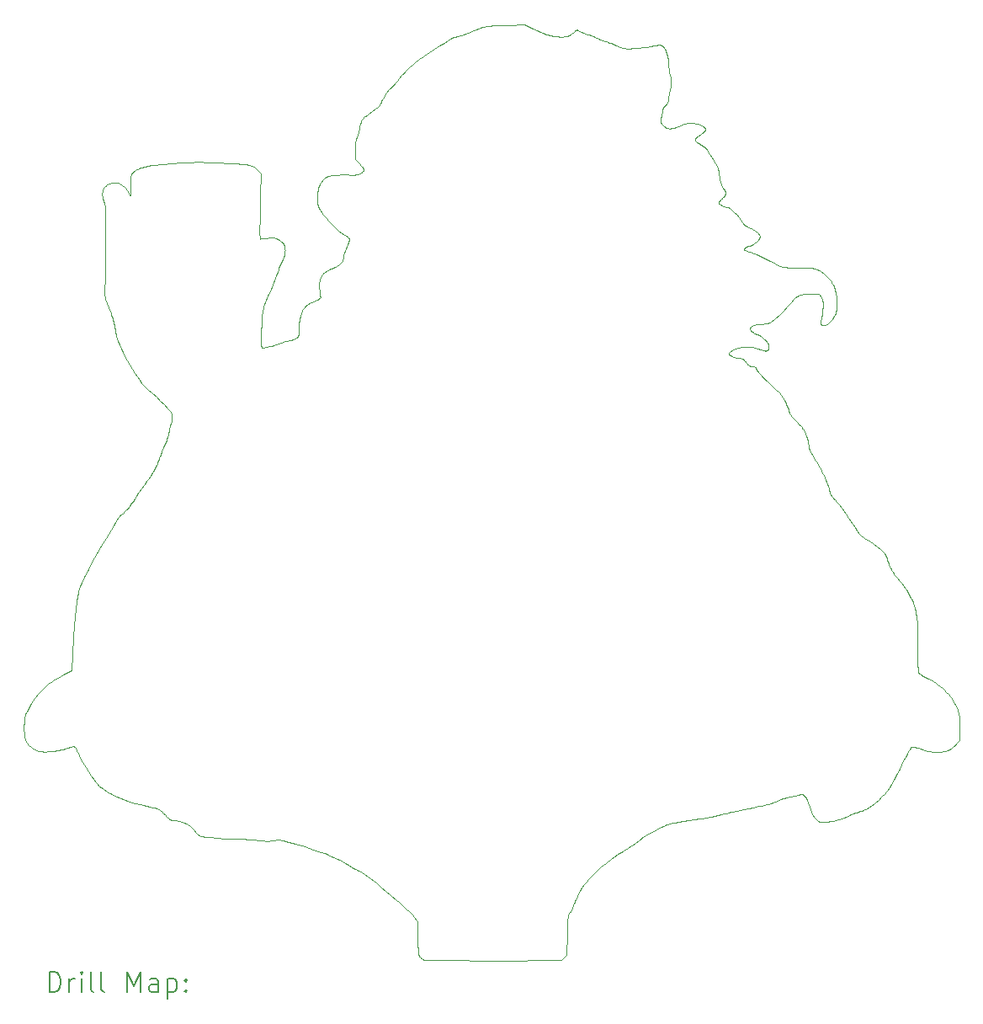
<source format=gbr>
%TF.GenerationSoftware,KiCad,Pcbnew,7.0.9*%
%TF.CreationDate,2024-02-16T18:49:07-08:00*%
%TF.ProjectId,DC32_Drear_Jeebus_SAO,44433332-5f44-4726-9561-725f4a656562,rev?*%
%TF.SameCoordinates,Original*%
%TF.FileFunction,Drillmap*%
%TF.FilePolarity,Positive*%
%FSLAX45Y45*%
G04 Gerber Fmt 4.5, Leading zero omitted, Abs format (unit mm)*
G04 Created by KiCad (PCBNEW 7.0.9) date 2024-02-16 18:49:07*
%MOMM*%
%LPD*%
G01*
G04 APERTURE LIST*
%ADD10C,0.100000*%
%ADD11C,0.200000*%
G04 APERTURE END LIST*
D10*
X10792823Y-12550773D02*
X10790926Y-12548115D01*
X18168881Y-7992646D02*
X18148645Y-7993387D01*
X17664768Y-7382662D02*
X17669988Y-7388851D01*
X13631138Y-6410320D02*
X13632929Y-6406327D01*
X18316632Y-8091902D02*
X18316476Y-8084472D01*
X16047032Y-5421389D02*
X16059448Y-5427195D01*
X15748552Y-14288219D02*
X15747572Y-14305118D01*
X17682444Y-7417791D02*
X17682251Y-7420653D01*
X10350152Y-12549691D02*
X10342517Y-12542844D01*
X13253257Y-7862902D02*
X13254510Y-7857187D01*
X15989303Y-5395202D02*
X16000045Y-5399454D01*
X13659095Y-6688850D02*
X13612397Y-6636912D01*
X18302010Y-8030203D02*
X18299029Y-8025239D01*
X11757234Y-13279225D02*
X11754853Y-13278134D01*
X17636239Y-7357826D02*
X17644432Y-7363971D01*
X11734644Y-9389955D02*
X11735506Y-9384343D01*
X13854148Y-6094454D02*
X13860310Y-6085511D01*
X12905112Y-7550513D02*
X12904709Y-7561045D01*
X19692226Y-12476494D02*
X19655042Y-12517651D01*
X12967135Y-8456558D02*
X12969658Y-8456088D01*
X17727125Y-8563364D02*
X17724408Y-8562693D01*
X19026612Y-10800611D02*
X19034382Y-10811611D01*
X19269577Y-11692411D02*
X19270852Y-11730361D01*
X17305225Y-6918828D02*
X17309286Y-6925195D01*
X17768179Y-8544177D02*
X17765878Y-8548185D01*
X16760719Y-6044230D02*
X16759313Y-6049634D01*
X18127836Y-9368380D02*
X18132303Y-9376591D01*
X14243446Y-14575187D02*
X14242716Y-14558891D01*
X13611699Y-13773425D02*
X13580931Y-13756270D01*
X12226201Y-13463410D02*
X12152244Y-13458201D01*
X13491167Y-7623646D02*
X13491468Y-7619228D01*
X11556522Y-8977187D02*
X11541741Y-8964429D01*
X13264746Y-7829287D02*
X13267652Y-7823404D01*
X17805770Y-13111265D02*
X17800014Y-13113371D01*
X17607220Y-8719659D02*
X17611184Y-8719927D01*
X13235021Y-7090404D02*
X13232195Y-7076183D01*
X11108746Y-6900939D02*
X11115789Y-6896101D01*
X19176114Y-12592046D02*
X19161918Y-12618926D01*
X18278493Y-13297255D02*
X18276342Y-13296043D01*
X10279693Y-12348186D02*
X10279865Y-12328213D01*
X10281751Y-12418059D02*
X10281065Y-12408633D01*
X14057636Y-5818150D02*
X14070453Y-5802585D01*
X17294273Y-6896135D02*
X17297719Y-6904297D01*
X16679316Y-5490161D02*
X16684202Y-5490747D01*
X17673426Y-8786009D02*
X17681877Y-8796122D01*
X17771274Y-8512053D02*
X17772172Y-8516996D01*
X17576189Y-8713104D02*
X17579781Y-8714923D01*
X13960739Y-5927841D02*
X13964523Y-5924802D01*
X13310927Y-6823870D02*
X13315189Y-6821020D01*
X17150285Y-6543726D02*
X17177546Y-6587350D01*
X17699573Y-13137483D02*
X17667296Y-13143691D01*
X11342169Y-6996562D02*
X11343577Y-6998300D01*
X17372074Y-8586843D02*
X17371078Y-8588727D01*
X19012901Y-10779221D02*
X19019466Y-10789835D01*
X16723992Y-6311069D02*
X16727218Y-6313549D01*
X13490201Y-7635484D02*
X13490732Y-7631558D01*
X19692226Y-12352663D02*
X19692226Y-12476494D01*
X16773192Y-5770699D02*
X16776189Y-5783019D01*
X13260767Y-8028866D02*
X13261231Y-8026086D01*
X10419298Y-12588332D02*
X10410121Y-12585285D01*
X13549580Y-7442595D02*
X13549160Y-7440082D01*
X14748581Y-5364575D02*
X14804161Y-5342569D01*
X11961590Y-13352314D02*
X11958361Y-13349377D01*
X17677929Y-7433565D02*
X17676054Y-7437075D01*
X16261684Y-5505290D02*
X16272956Y-5509808D01*
X15931807Y-5379354D02*
X15940430Y-5382443D01*
X11688566Y-9104943D02*
X11650175Y-9065996D01*
X11583066Y-13156584D02*
X11572318Y-13154478D01*
X16375454Y-5526122D02*
X16402000Y-5524736D01*
X17357627Y-7123469D02*
X17360299Y-7123766D01*
X12890298Y-7490522D02*
X12892398Y-7493738D01*
X18177790Y-9541930D02*
X18178447Y-9545626D01*
X17575276Y-7324497D02*
X17586625Y-7329441D01*
X17748167Y-8563905D02*
X17746735Y-8564355D01*
X16692753Y-6278282D02*
X16695111Y-6281640D01*
X10499632Y-12595235D02*
X10480322Y-12595361D01*
X11354848Y-6954249D02*
X11354509Y-6940388D01*
X17072510Y-13270165D02*
X17025274Y-13277632D01*
X17616449Y-8380190D02*
X17620123Y-8382447D01*
X11736050Y-9155978D02*
X11722161Y-9140540D01*
X13287880Y-7791262D02*
X13290413Y-7788310D01*
X11351089Y-6998244D02*
X11351832Y-6996476D01*
X18317703Y-13302614D02*
X18310922Y-13303002D01*
X12988274Y-8450033D02*
X12991719Y-8448576D01*
X13250583Y-7888297D02*
X13250919Y-7881443D01*
X11351006Y-6832123D02*
X11351507Y-6825095D01*
X11711859Y-9465016D02*
X11717980Y-9449236D01*
X17849266Y-8955384D02*
X17857118Y-8962736D01*
X16200756Y-5479885D02*
X16218076Y-5486954D01*
X17590866Y-8718488D02*
X17594752Y-8719103D01*
X17540112Y-7307458D02*
X17546003Y-7310864D01*
X17587289Y-7573691D02*
X17599467Y-7577644D01*
X18924976Y-10590399D02*
X18935040Y-10604055D01*
X18734934Y-13177744D02*
X18721927Y-13183215D01*
X18200544Y-13199456D02*
X18198326Y-13191799D01*
X11500563Y-6711687D02*
X11518324Y-6707728D01*
X17647700Y-8299446D02*
X17639052Y-8301182D01*
X16700806Y-6288648D02*
X16704163Y-6292359D01*
X17917361Y-8160468D02*
X17875143Y-8201254D01*
X12709390Y-8530734D02*
X12727094Y-8526558D01*
X19240262Y-12549191D02*
X19233606Y-12547599D01*
X11697864Y-9498953D02*
X11705104Y-9481725D01*
X19213758Y-12545121D02*
X19210231Y-12545428D01*
X13486045Y-7650934D02*
X13487385Y-7647114D01*
X13044578Y-8334550D02*
X13045144Y-8317396D01*
X17054140Y-6472727D02*
X17058810Y-6475653D01*
X18188686Y-13164065D02*
X18184824Y-13154198D01*
X17306353Y-7104673D02*
X17314166Y-7108476D01*
X19684013Y-12215473D02*
X19685609Y-12224241D01*
X18887476Y-10551453D02*
X18901336Y-10564256D01*
X11340031Y-13096902D02*
X11320848Y-13091343D01*
X19226508Y-11105458D02*
X19230820Y-11118183D01*
X18316385Y-8108762D02*
X18316598Y-8099975D01*
X11454620Y-9957445D02*
X11467194Y-9939356D01*
X11711180Y-13242775D02*
X11703224Y-13234736D01*
X15810656Y-5357896D02*
X15818262Y-5351894D01*
X10630632Y-12580754D02*
X10608224Y-12584666D01*
X17277928Y-6834648D02*
X17280136Y-6846382D01*
X18392311Y-7859286D02*
X18400307Y-7870095D01*
X12758748Y-7428090D02*
X12766653Y-7427808D01*
X14023800Y-14085759D02*
X13968594Y-14040012D01*
X13044018Y-8362047D02*
X13044578Y-8334550D01*
X17447525Y-8539586D02*
X17439137Y-8542622D01*
X19677915Y-12191006D02*
X19680176Y-12198948D01*
X11361479Y-6790150D02*
X11363918Y-6786199D01*
X17627606Y-8533009D02*
X17614004Y-8530466D01*
X11623797Y-13167855D02*
X11616932Y-13165238D01*
X18299387Y-8244630D02*
X18301897Y-8234112D01*
X17804156Y-8265328D02*
X17792500Y-8274468D01*
X11762896Y-9277582D02*
X11765216Y-9265882D01*
X18293594Y-8268789D02*
X18294079Y-8266317D01*
X17616549Y-8308114D02*
X17610266Y-8310975D01*
X17975676Y-9178106D02*
X17976109Y-9179748D01*
X18096233Y-9325478D02*
X18104135Y-9334844D01*
X17628688Y-7487020D02*
X17620381Y-7492767D01*
X17586543Y-8526828D02*
X17572740Y-8525736D01*
X12664159Y-6781398D02*
X12658512Y-6995556D01*
X13606592Y-6796160D02*
X13616623Y-6794643D01*
X17589808Y-8357203D02*
X17591231Y-8359196D01*
X12676136Y-8533099D02*
X12678750Y-8534342D01*
X13028125Y-8427228D02*
X13029822Y-8425715D01*
X17525469Y-7545782D02*
X17525715Y-7547298D01*
X14237166Y-14301830D02*
X14196915Y-14248517D01*
X14723337Y-5374630D02*
X14748581Y-5364575D01*
X15798885Y-14161310D02*
X15797818Y-14164668D01*
X10793210Y-11239579D02*
X10808623Y-11087417D01*
X17104254Y-13264600D02*
X17072510Y-13270165D01*
X17399786Y-8618958D02*
X17407607Y-8622480D01*
X11554300Y-9819861D02*
X11563683Y-9805286D01*
X13497936Y-7590828D02*
X13500670Y-7581628D01*
X13691996Y-6727971D02*
X13690418Y-6725701D01*
X13067203Y-8192917D02*
X13071900Y-8179814D01*
X17598777Y-8719459D02*
X17602968Y-8719574D01*
X13450937Y-7362572D02*
X13434078Y-7347894D01*
X13526914Y-7412095D02*
X13523511Y-7409748D01*
X14242069Y-14540297D02*
X14241481Y-14519212D01*
X13232683Y-6968364D02*
X13235612Y-6953075D01*
X10384899Y-12061214D02*
X10399440Y-12040905D01*
X12668799Y-8294878D02*
X12666321Y-8368751D01*
X13261218Y-8023109D02*
X13260829Y-8019860D01*
X19298405Y-12567617D02*
X19275210Y-12559722D01*
X18436678Y-7944059D02*
X18441264Y-7960799D01*
X11208269Y-10270410D02*
X11212418Y-10263990D01*
X17107962Y-6305202D02*
X17111694Y-6308162D01*
X16513054Y-5513991D02*
X16528359Y-5511801D01*
X17573948Y-7508491D02*
X17570980Y-7509121D01*
X19207964Y-11061820D02*
X19214982Y-11077109D01*
X11341253Y-10125226D02*
X11351421Y-10111627D01*
X17325037Y-7007973D02*
X17322626Y-7011025D01*
X19687005Y-12233471D02*
X19688210Y-12243255D01*
X17058753Y-6406698D02*
X17054088Y-6410219D01*
X12690251Y-8116922D02*
X12685309Y-8137752D01*
X19663152Y-12151441D02*
X19672657Y-12175293D01*
X16710958Y-5505989D02*
X16713759Y-5509533D01*
X12875699Y-7474657D02*
X12878749Y-7477553D01*
X17621587Y-8721995D02*
X17623136Y-8722547D01*
X17667296Y-13143691D02*
X17614895Y-13153861D01*
X11906225Y-13317162D02*
X11895228Y-13312221D01*
X11509638Y-13141173D02*
X11477872Y-13133661D01*
X10673471Y-11820259D02*
X10759316Y-11774643D01*
X17746735Y-8564355D02*
X17745238Y-8564709D01*
X18345555Y-7806850D02*
X18355514Y-7816819D01*
X18022040Y-13041872D02*
X18019280Y-13042056D01*
X17680486Y-8547970D02*
X17667552Y-8543515D01*
X17375899Y-8604158D02*
X17378053Y-8605991D01*
X10827760Y-10978269D02*
X10835568Y-10955782D01*
X17665925Y-7451748D02*
X17659544Y-7459230D01*
X16727547Y-6099765D02*
X16724597Y-6102685D01*
X11837943Y-13292341D02*
X11826866Y-13289636D01*
X13280772Y-7800752D02*
X13283072Y-7797474D01*
X18110898Y-13025820D02*
X18109412Y-13025172D01*
X19247120Y-11174126D02*
X19251252Y-11191025D01*
X18448833Y-7996806D02*
X18451769Y-8015634D01*
X11573212Y-8992203D02*
X11556522Y-8977187D01*
X17753139Y-7643999D02*
X17784261Y-7659977D01*
X11738029Y-9371582D02*
X11739612Y-9364821D01*
X11408312Y-10028100D02*
X11421009Y-10008151D01*
X13695161Y-6751748D02*
X13695989Y-6750395D01*
X17835904Y-8237685D02*
X17818812Y-8252882D01*
X12009300Y-13408421D02*
X12006281Y-13404547D01*
X15703394Y-5406802D02*
X15712686Y-5406530D01*
X18246696Y-7741029D02*
X18254056Y-7743769D01*
X11200451Y-10283463D02*
X11204272Y-10276911D01*
X13899990Y-6009980D02*
X13904238Y-6002051D01*
X11854509Y-6672077D02*
X11945233Y-6668431D01*
X12622572Y-6736397D02*
X12630477Y-6744645D01*
X11354593Y-6976528D02*
X11354877Y-6966292D01*
X11755793Y-9179921D02*
X11747409Y-9169252D01*
X15682312Y-14693372D02*
X15003352Y-14695367D01*
X17086120Y-6292318D02*
X17095800Y-6296964D01*
X13142623Y-8093317D02*
X13147886Y-8090274D01*
X10984180Y-12877381D02*
X10956771Y-12838219D01*
X17322097Y-7112048D02*
X17329978Y-7115304D01*
X18061746Y-8014947D02*
X18057786Y-8017107D01*
X10585718Y-12588014D02*
X10563361Y-12590773D01*
X10291717Y-12468404D02*
X10289664Y-12462355D01*
X12657618Y-7438764D02*
X12663054Y-7437916D01*
X14950212Y-5300629D02*
X14971476Y-5297858D01*
X12689313Y-8534348D02*
X12695045Y-8533521D01*
X18398377Y-10014630D02*
X18401715Y-10019783D01*
X11100308Y-7170342D02*
X11100462Y-7163445D01*
X11453094Y-6725669D02*
X11467944Y-6720658D01*
X15746680Y-14324779D02*
X15745846Y-14347469D01*
X16760048Y-5643604D02*
X16761878Y-5658330D01*
X17524853Y-7296361D02*
X17529600Y-7300262D01*
X16764188Y-6026339D02*
X16763152Y-6032593D01*
X12831688Y-13481209D02*
X12825543Y-13481499D01*
X18354422Y-8297577D02*
X18349193Y-8300402D01*
X18202560Y-7732462D02*
X18213117Y-7733586D01*
X19280675Y-11802595D02*
X19282397Y-11804509D01*
X12837894Y-13481202D02*
X12831688Y-13481209D01*
X16685479Y-6261674D02*
X16686364Y-6265076D01*
X17759805Y-8555647D02*
X17758499Y-8556926D01*
X17757221Y-8558117D02*
X17755959Y-8559219D01*
X18374601Y-9946287D02*
X18379883Y-9966184D01*
X17611184Y-8719927D02*
X17614883Y-8720394D01*
X19254805Y-11207825D02*
X19257823Y-11224989D01*
X18612396Y-10302197D02*
X18638239Y-10340582D01*
X19402806Y-11874456D02*
X19427653Y-11888983D01*
X16733955Y-6094083D02*
X16730621Y-6097035D01*
X13352855Y-6805041D02*
X13358034Y-6803879D01*
X15759334Y-14227097D02*
X15758120Y-14229742D01*
X15568476Y-5391812D02*
X15585399Y-5395888D01*
X18093403Y-13023929D02*
X18091520Y-13024294D01*
X13227643Y-8052856D02*
X13235592Y-8049000D01*
X16684860Y-6258170D02*
X16685479Y-6261674D01*
X11518324Y-6707728D02*
X11537048Y-6704123D01*
X17422790Y-8549637D02*
X17414989Y-8553514D01*
X17296616Y-7036838D02*
X17293235Y-7040194D01*
X14151680Y-14200006D02*
X14129459Y-14178716D01*
X16235360Y-5494223D02*
X16261684Y-5505290D01*
X19198534Y-12552396D02*
X19195776Y-12556732D01*
X10997025Y-12894605D02*
X10984180Y-12877381D01*
X11183588Y-8288452D02*
X11179503Y-8272480D01*
X17142592Y-6533747D02*
X17145588Y-6537228D01*
X16750035Y-6326016D02*
X16753409Y-6327118D01*
X17281265Y-7053483D02*
X17278752Y-7056655D01*
X11223513Y-8470940D02*
X11213262Y-8441271D01*
X19278990Y-11799548D02*
X19280675Y-11802595D01*
X17030378Y-6448345D02*
X17031395Y-6450981D01*
X13055532Y-8236077D02*
X13059002Y-8221105D01*
X18882590Y-13072839D02*
X18867468Y-13086693D01*
X18147830Y-13060118D02*
X18145869Y-13057519D01*
X13968594Y-14040012D02*
X13916497Y-13996358D01*
X18136395Y-9385056D02*
X18140216Y-9393937D01*
X15758120Y-14229742D02*
X15756985Y-14232606D01*
X19086884Y-12767155D02*
X19055205Y-12830943D01*
X11601552Y-13160707D02*
X11592765Y-13158634D01*
X18162884Y-13100909D02*
X18160482Y-13093680D01*
X18136776Y-13046996D02*
X18134256Y-13044428D01*
X13523511Y-7409748D02*
X13519852Y-7407370D01*
X18546905Y-10204835D02*
X18576117Y-10248009D01*
X16566486Y-13419099D02*
X16542872Y-13432943D01*
X17031395Y-6450981D02*
X17032817Y-6453615D01*
X18478472Y-10110850D02*
X18486542Y-10120887D01*
X12584571Y-13481205D02*
X12558619Y-13478902D01*
X11619996Y-9699764D02*
X11626485Y-9684591D01*
X19217808Y-12545176D02*
X19213758Y-12545121D01*
X18315273Y-7779960D02*
X18325346Y-7788329D01*
X11164647Y-6876014D02*
X11173349Y-6874311D01*
X11439221Y-6731026D02*
X11453094Y-6725669D01*
X19639860Y-12104678D02*
X19652201Y-12127883D01*
X11353163Y-6812980D02*
X11354334Y-6807728D01*
X16059448Y-5427195D02*
X16071896Y-5432745D01*
X12051587Y-13441951D02*
X12047281Y-13439762D01*
X17378438Y-8578826D02*
X17374799Y-8582919D01*
X16789739Y-5864639D02*
X16789015Y-5872191D01*
X17534193Y-7529659D02*
X17530783Y-7533434D01*
X18296566Y-8295266D02*
X18295779Y-8294221D01*
X17103944Y-6302149D02*
X17107962Y-6305202D01*
X17763280Y-8287192D02*
X17757993Y-8288483D01*
X16782712Y-6330144D02*
X16786764Y-6329823D01*
X12003452Y-13400575D02*
X12000920Y-13396948D01*
X16326744Y-5525011D02*
X16335270Y-5525903D01*
X11926802Y-13327662D02*
X11916790Y-13322324D01*
X11268445Y-6900259D02*
X11276309Y-6906624D01*
X16122099Y-5451478D02*
X16129879Y-5453668D01*
X11179503Y-8272480D02*
X11174814Y-8255601D01*
X18309125Y-8044619D02*
X18307047Y-8039822D01*
X19008518Y-12920580D02*
X18999159Y-12936937D01*
X13283072Y-7797474D02*
X13285437Y-7794314D01*
X11072575Y-6950470D02*
X11075808Y-6941769D01*
X17111694Y-6308162D02*
X17115140Y-6311036D01*
X17139213Y-6530148D02*
X17142592Y-6533747D01*
X11095510Y-7456178D02*
X11097052Y-7279938D01*
X11090064Y-7091511D02*
X11087983Y-7085053D01*
X15317836Y-5284867D02*
X15396787Y-5324278D01*
X11174814Y-8255601D02*
X11169672Y-8238331D01*
X12910489Y-13494777D02*
X12890163Y-13489534D01*
X16716554Y-5513479D02*
X16722096Y-5522493D01*
X12780690Y-7427849D02*
X12786962Y-7428197D01*
X17314166Y-7108476D02*
X17322097Y-7112048D01*
X16699149Y-6154568D02*
X16698317Y-6159375D01*
X12770265Y-8514617D02*
X12794574Y-8507144D01*
X10563361Y-12590773D02*
X10541397Y-12592914D01*
X12729316Y-8012599D02*
X12719314Y-8034771D01*
X13519852Y-7407370D02*
X13511751Y-7402490D01*
X12725725Y-13493153D02*
X12716522Y-13492964D01*
X19265405Y-11306581D02*
X19266393Y-11332536D01*
X19267105Y-11361642D02*
X19267872Y-11431168D01*
X16495883Y-5516169D02*
X16513054Y-5513991D01*
X13459984Y-6793489D02*
X13467198Y-6791680D01*
X13696688Y-6749054D02*
X13697253Y-6747714D01*
X10790926Y-12548115D02*
X10789250Y-12545991D01*
X18965012Y-12987681D02*
X18956303Y-12998284D01*
X17736411Y-8564988D02*
X17734306Y-8564739D01*
X11610540Y-9027238D02*
X11573212Y-8992203D01*
X11733957Y-9396869D02*
X11734099Y-9394797D01*
X15665907Y-5406669D02*
X15681407Y-5406969D01*
X16719080Y-6109064D02*
X16716521Y-6112509D01*
X14994316Y-5295613D02*
X15019222Y-5293802D01*
X18999159Y-12936937D02*
X18990328Y-12951508D01*
X12134338Y-6668354D02*
X12236100Y-6671833D01*
X17300116Y-7033517D02*
X17296616Y-7036838D01*
X13999993Y-5889246D02*
X14011706Y-5875948D01*
X18271975Y-13293215D02*
X18267435Y-13289816D01*
X13443449Y-7703096D02*
X13451439Y-7696836D01*
X17606718Y-8373623D02*
X17609749Y-8375780D01*
X18523220Y-13260894D02*
X18515385Y-13264189D01*
X13697681Y-6746366D02*
X13697966Y-6744999D01*
X17086785Y-6490964D02*
X17092061Y-6493974D01*
X11353864Y-6924702D02*
X11352914Y-6907182D01*
X11373160Y-6774206D02*
X11376744Y-6770376D01*
X12888569Y-7488205D02*
X12890298Y-7490522D01*
X11318470Y-8665198D02*
X11295274Y-8622978D01*
X19006878Y-10768704D02*
X19012901Y-10779221D01*
X17407544Y-8557573D02*
X17400534Y-8561762D01*
X17274975Y-7085188D02*
X17279664Y-7088864D01*
X17609749Y-8375780D02*
X17612992Y-8377969D01*
X11512132Y-8941945D02*
X11503833Y-8934691D01*
X17781036Y-8281343D02*
X17777194Y-8282892D01*
X11091588Y-7914283D02*
X11093648Y-7873805D01*
X18414237Y-7891304D02*
X18419992Y-7901522D01*
X14890953Y-5313033D02*
X14910442Y-5308124D01*
X13230463Y-6983897D02*
X13232683Y-6968364D01*
X12667374Y-7437001D02*
X12673875Y-7435964D01*
X13037483Y-8415040D02*
X13038392Y-8412830D01*
X15951395Y-5385630D02*
X15954388Y-5386255D01*
X19688210Y-12243255D02*
X19689235Y-12253687D01*
X18996291Y-10747712D02*
X19001355Y-10758222D01*
X17565032Y-7510841D02*
X17559150Y-7513105D01*
X18087501Y-13025270D02*
X18083095Y-13026566D01*
X19282397Y-11804509D02*
X19284925Y-11806794D01*
X18811853Y-13132460D02*
X18798799Y-13141743D01*
X17387465Y-7137231D02*
X17395982Y-7144038D01*
X11300530Y-13084583D02*
X11279314Y-13076746D01*
X11326596Y-6965296D02*
X11329913Y-6972330D01*
X11529312Y-8954369D02*
X11519679Y-8947452D01*
X18304679Y-8035040D02*
X18302010Y-8030203D01*
X10674174Y-12571349D02*
X10652698Y-12576306D01*
X11752737Y-9318607D02*
X11760047Y-9290229D01*
X11431145Y-9992386D02*
X11442476Y-9975303D01*
X11112813Y-8083066D02*
X11106312Y-8064708D01*
X11895228Y-13312221D02*
X11883917Y-13307543D01*
X11264388Y-10205425D02*
X11271813Y-10200030D01*
X17690695Y-8551678D02*
X17680486Y-8547970D01*
X13492308Y-7392061D02*
X13480379Y-7385007D01*
X17547980Y-7518930D02*
X17542890Y-7522324D01*
X16740064Y-6087729D02*
X16737101Y-6090985D01*
X19187555Y-12571018D02*
X19176114Y-12592046D01*
X17434221Y-7180038D02*
X17443965Y-7190379D01*
X11363918Y-6786199D02*
X11366746Y-6782118D01*
X17991574Y-9206809D02*
X17996364Y-9213329D01*
X17561636Y-8702211D02*
X17565355Y-8705511D01*
X17474901Y-8638778D02*
X17479937Y-8638871D01*
X16707703Y-6127818D02*
X16705873Y-6131991D01*
X17751949Y-8868454D02*
X17766537Y-8882123D01*
X11768295Y-9245078D02*
X11769068Y-9235852D01*
X18025824Y-8042443D02*
X18025224Y-8044414D01*
X15747572Y-14305118D02*
X15746680Y-14324779D01*
X17742006Y-8565122D02*
X17740251Y-8565179D01*
X11095179Y-7647421D02*
X11095510Y-7456178D01*
X18044765Y-9269875D02*
X18053598Y-9279237D01*
X19328240Y-11834857D02*
X19343667Y-11843491D01*
X17686196Y-7612345D02*
X17719885Y-7627855D01*
X19561473Y-12585248D02*
X19555655Y-12587100D01*
X17332861Y-6956496D02*
X17334173Y-6959326D01*
X11958361Y-13349377D02*
X11955263Y-13346696D01*
X17336046Y-6987461D02*
X17335099Y-6990320D01*
X17007340Y-6276418D02*
X17021899Y-6277582D01*
X18181040Y-9554586D02*
X18182935Y-9559768D01*
X13393880Y-7730044D02*
X13405021Y-7725295D01*
X16153228Y-5461627D02*
X16167868Y-5467046D01*
X18785937Y-13150265D02*
X18773193Y-13158075D01*
X10825637Y-12611585D02*
X10819614Y-12599023D01*
X17588968Y-8329069D02*
X17586881Y-8333395D01*
X17857118Y-8962736D02*
X17864503Y-8969994D01*
X12890163Y-13489534D02*
X12881154Y-13487406D01*
X17614004Y-8530466D02*
X17600307Y-8528405D01*
X17772172Y-8516996D02*
X17772636Y-8521840D01*
X14294770Y-14683960D02*
X14292152Y-14682281D01*
X18708669Y-13188229D02*
X18695087Y-13192835D01*
X17597556Y-7334680D02*
X17608027Y-7340176D01*
X13487385Y-7647114D02*
X13488526Y-7643264D01*
X18721927Y-13183215D02*
X18708669Y-13188229D01*
X13612397Y-6636912D02*
X13612397Y-6541558D01*
X15772661Y-14209350D02*
X15770384Y-14211901D01*
X17765878Y-8548185D02*
X17763090Y-8552012D01*
X10845684Y-10929887D02*
X10857923Y-10900945D01*
X18716696Y-10435268D02*
X18725153Y-10441741D01*
X15786035Y-14190034D02*
X15783916Y-14193592D01*
X17704308Y-8429118D02*
X17717549Y-8439061D01*
X17478526Y-7232009D02*
X17485203Y-7241632D01*
X12696041Y-8096594D02*
X12690251Y-8116922D01*
X17374035Y-8602351D02*
X17375899Y-8604158D01*
X19267872Y-11431168D02*
X19268051Y-11518875D01*
X17740801Y-8291813D02*
X17734773Y-8292716D01*
X12803651Y-7430708D02*
X12808741Y-7432076D01*
X15883100Y-5356450D02*
X15892720Y-5361522D01*
X11335683Y-6985290D02*
X11337433Y-6988754D01*
X17681266Y-7409609D02*
X17681917Y-7412397D01*
X11087983Y-7085053D02*
X11085708Y-7078563D01*
X17630963Y-8303211D02*
X17623455Y-8305524D01*
X19588835Y-12573295D02*
X19583555Y-12576061D01*
X17497313Y-8641529D02*
X17499262Y-8642173D01*
X17585273Y-8339433D02*
X17585071Y-8341421D01*
X11398427Y-6752490D02*
X11403512Y-6749167D01*
X19599188Y-12567168D02*
X19594042Y-12570332D01*
X11095241Y-7836484D02*
X11096210Y-7806468D01*
X12564288Y-6702259D02*
X12576642Y-6706439D01*
X17746709Y-8290801D02*
X17740801Y-8291813D01*
X10773507Y-12542836D02*
X10770195Y-12543306D01*
X17380480Y-8607845D02*
X17386082Y-8611580D01*
X11759605Y-13280193D02*
X11757234Y-13279225D01*
X18300515Y-8299268D02*
X18299406Y-8298281D01*
X10608224Y-12584666D02*
X10585718Y-12588014D01*
X17591807Y-8324969D02*
X17588968Y-8329069D01*
X13315189Y-6821020D02*
X13319547Y-6818362D01*
X17797901Y-8910530D02*
X17814608Y-8925197D01*
X17728670Y-8293502D02*
X17722537Y-8294164D01*
X11079780Y-6933548D02*
X11084490Y-6925806D01*
X18338989Y-8304751D02*
X18334051Y-8306241D01*
X11087313Y-12978447D02*
X11070228Y-12966737D01*
X13872305Y-6065254D02*
X13878441Y-6053614D01*
X10573097Y-11878668D02*
X10595885Y-11864280D01*
X13666829Y-6697486D02*
X13659095Y-6688850D01*
X16731474Y-13334423D02*
X16717103Y-13340877D01*
X15728521Y-5405407D02*
X15735326Y-5404472D01*
X10282842Y-12276666D02*
X10284924Y-12261487D01*
X12667340Y-8516652D02*
X12668569Y-8521837D01*
X18117016Y-13029437D02*
X18115446Y-13028375D01*
X17045977Y-6416918D02*
X17042530Y-6420112D01*
X17450787Y-8636038D02*
X17459255Y-8637521D01*
X10401043Y-12581683D02*
X10392091Y-12577548D01*
X12881154Y-13487406D02*
X12872801Y-13485601D01*
X13660754Y-6290483D02*
X13663747Y-6279400D01*
X13180896Y-8073679D02*
X13207463Y-8062040D01*
X15791860Y-14179039D02*
X15790022Y-14182729D01*
X11396076Y-10046942D02*
X11408312Y-10028100D01*
X18456904Y-8072786D02*
X18457313Y-8091329D01*
X18028980Y-8037253D02*
X18027630Y-8038788D01*
X16761997Y-6038554D02*
X16760719Y-6044230D01*
X18838834Y-13111404D02*
X18825174Y-13122364D01*
X13488117Y-6788242D02*
X13492830Y-6787989D01*
X13290987Y-6841042D02*
X13294798Y-6837214D01*
X18675436Y-13199256D02*
X18657256Y-13205484D01*
X18157518Y-13082473D02*
X18157219Y-13080516D01*
X17464331Y-8534703D02*
X17455950Y-8536929D01*
X17049830Y-6413623D02*
X17045977Y-6416918D01*
X17586672Y-8351274D02*
X17587531Y-8353244D01*
X11787826Y-13284503D02*
X11782107Y-13284398D01*
X17453439Y-7200917D02*
X17462472Y-7211481D01*
X19314256Y-11826631D02*
X19328240Y-11834857D01*
X17768272Y-8285825D02*
X17763280Y-8287192D01*
X15795148Y-14171720D02*
X15793573Y-14175360D01*
X12152244Y-13458201D02*
X12121307Y-13455401D01*
X18292565Y-8275409D02*
X18292837Y-8273328D01*
X17379710Y-7131639D02*
X17387465Y-7137231D01*
X13323559Y-7233533D02*
X13306625Y-7213370D01*
X18747765Y-13171764D02*
X18734934Y-13177744D01*
X15818050Y-14108451D02*
X15813065Y-14120387D01*
X11084490Y-6925806D02*
X11089939Y-6918539D01*
X17102588Y-6500552D02*
X17107770Y-6504063D01*
X18237751Y-13261856D02*
X18234011Y-13257684D01*
X13302682Y-6830151D02*
X13306758Y-6826913D01*
X19114900Y-10908091D02*
X19124620Y-10921013D01*
X16779401Y-5793676D02*
X16781787Y-5800879D01*
X13290413Y-7788310D02*
X13293048Y-7785448D01*
X13304857Y-7774721D02*
X13308189Y-7772174D01*
X18190776Y-9577617D02*
X18194040Y-9584195D01*
X13983303Y-5907061D02*
X13988691Y-5901472D01*
X12742917Y-13493008D02*
X12734516Y-13493168D01*
X18361463Y-9904716D02*
X18368450Y-9925774D01*
X19690090Y-12264859D02*
X19690786Y-12276865D01*
X17549790Y-8689766D02*
X17553880Y-8694356D01*
X18151089Y-9424692D02*
X18154864Y-9436853D01*
X13684485Y-6717979D02*
X13682094Y-6715066D01*
X17320004Y-7014117D02*
X17317171Y-7017249D01*
X15818262Y-5351894D02*
X15825088Y-5346657D01*
X13062899Y-8206700D02*
X13067203Y-8192917D01*
X13041692Y-8398855D02*
X13042142Y-8395352D01*
X17301369Y-6911862D02*
X17305225Y-6918828D01*
X17531052Y-7553061D02*
X17532966Y-7553973D01*
X19427653Y-11888983D02*
X19451753Y-11904548D01*
X11563683Y-9805286D02*
X11572767Y-9790519D01*
X15755925Y-14235724D02*
X15754935Y-14239128D01*
X17132132Y-6331847D02*
X17132906Y-6334291D01*
X16752306Y-6068732D02*
X16750184Y-6072929D01*
X18001719Y-9220285D02*
X18007623Y-9227652D01*
X13094270Y-8135363D02*
X13100675Y-8126528D01*
X17364777Y-7124101D02*
X17367169Y-7124788D01*
X19578190Y-12578634D02*
X19572729Y-12581020D01*
X16768108Y-5742826D02*
X16770477Y-5757155D01*
X16659651Y-5490538D02*
X16667207Y-5490043D01*
X11441664Y-8860246D02*
X11417685Y-8826130D01*
X17772658Y-8526575D02*
X17772232Y-8531187D01*
X13465361Y-7683593D02*
X13471260Y-7676646D01*
X13939504Y-5948928D02*
X13943878Y-5943854D01*
X17566975Y-7320977D02*
X17575276Y-7324497D01*
X18117359Y-9352074D02*
X18122889Y-9360262D01*
X12597374Y-6716419D02*
X12606290Y-6722348D01*
X17883047Y-7712778D02*
X17894307Y-7716147D01*
X16110788Y-13733666D02*
X16088002Y-13753606D01*
X12861899Y-7462812D02*
X12869066Y-7468742D01*
X13470978Y-6790701D02*
X13474976Y-6789868D01*
X16757881Y-13323936D02*
X16744946Y-13328814D01*
X11655290Y-13187614D02*
X11648916Y-13182508D01*
X18365257Y-7827138D02*
X18374697Y-7837717D01*
X17534665Y-7303942D02*
X17540112Y-7307458D01*
X16695111Y-6281640D02*
X16697792Y-6285085D01*
X17996364Y-9213329D02*
X18001719Y-9220285D01*
X10291205Y-12232716D02*
X10295566Y-12218653D01*
X10446076Y-12593407D02*
X10431631Y-12591273D01*
X12995196Y-8447017D02*
X12998677Y-8445365D01*
X18034987Y-8031913D02*
X18032679Y-8033801D01*
X17671478Y-7444319D02*
X17665925Y-7451748D01*
X11860836Y-13299153D02*
X11849306Y-13295528D01*
X17701682Y-8818153D02*
X17712968Y-8830001D01*
X17814608Y-8925197D02*
X17831954Y-8940126D01*
X17081548Y-6488180D02*
X17086785Y-6490964D01*
X15738310Y-14637418D02*
X15710311Y-14665395D01*
X19577660Y-12016519D02*
X19595028Y-12037745D01*
X18314756Y-8065347D02*
X18313728Y-8059794D01*
X18515385Y-13264189D02*
X18506953Y-13267393D01*
X17508636Y-8646655D02*
X17510474Y-8647827D01*
X13042879Y-8387493D02*
X13043175Y-8383102D01*
X15823411Y-14096216D02*
X15818050Y-14108451D01*
X18179537Y-9549858D02*
X18181040Y-9554586D01*
X11276309Y-6906624D02*
X11284039Y-6913402D01*
X17459255Y-8637521D02*
X17467340Y-8638454D01*
X13697253Y-6747714D02*
X13697681Y-6746366D01*
X18108499Y-7997974D02*
X18101789Y-7999436D01*
X13635949Y-6790043D02*
X13645119Y-6786990D01*
X17646853Y-8396873D02*
X17657607Y-8402074D01*
X19164201Y-10980947D02*
X19173786Y-10997152D01*
X16212394Y-13655175D02*
X16192324Y-13669333D01*
X16615541Y-5496544D02*
X16640706Y-5492708D01*
X10315380Y-12511964D02*
X10309580Y-12503487D01*
X18990328Y-12951508D02*
X18981826Y-12964611D01*
X17442076Y-8634066D02*
X17450787Y-8636038D01*
X11630291Y-13170811D02*
X11623797Y-13167855D01*
X11212418Y-10263990D02*
X11216691Y-10257687D01*
X13952462Y-5934954D02*
X13956645Y-5931164D01*
X18639550Y-13211912D02*
X18621321Y-13218937D01*
X18456041Y-8126337D02*
X18454311Y-8142364D01*
X17042530Y-6420112D02*
X17039488Y-6423214D01*
X13565497Y-6796654D02*
X13575791Y-6797397D01*
X18282798Y-13299296D02*
X18280641Y-13298337D01*
X18113908Y-13027420D02*
X18112394Y-13026568D01*
X16783589Y-13315926D02*
X16770642Y-13319678D01*
X19692016Y-12318818D02*
X19692226Y-12352663D01*
X17566295Y-13163899D02*
X17521486Y-13173808D01*
X15750261Y-14267459D02*
X15749654Y-14273812D01*
X17624292Y-7586438D02*
X17653767Y-7598273D01*
X17852557Y-7699699D02*
X17862336Y-7704582D01*
X12854407Y-7457048D02*
X12861899Y-7462812D01*
X12879662Y-7650081D02*
X12873889Y-7662119D01*
X15774949Y-14206562D02*
X15772661Y-14209350D01*
X10779279Y-12542371D02*
X10776544Y-12542523D01*
X18050371Y-13036792D02*
X18042649Y-13038577D01*
X11273693Y-8581616D02*
X11254215Y-8541938D01*
X18430678Y-10057173D02*
X18435301Y-10062231D01*
X17336888Y-6967760D02*
X17337385Y-6970561D01*
X10299350Y-12485783D02*
X10296549Y-12480042D01*
X11190710Y-6872465D02*
X11199253Y-6872353D01*
X12894335Y-7497152D02*
X12896110Y-7500756D01*
X11312887Y-10160163D02*
X11322001Y-10149475D01*
X19353690Y-12584782D02*
X19343532Y-12582028D01*
X11598051Y-9745403D02*
X11605761Y-9730203D01*
X11129818Y-10404537D02*
X11156114Y-10361011D01*
X12786422Y-13488372D02*
X12779878Y-13489583D01*
X16811492Y-13309489D02*
X16797085Y-13312567D01*
X17424379Y-7170063D02*
X17434221Y-7180038D01*
X18295947Y-8258016D02*
X18297533Y-8251676D01*
X13750584Y-6179393D02*
X13781019Y-6159138D01*
X17976109Y-9179748D02*
X17976711Y-9181536D01*
X14850307Y-5325635D02*
X14871072Y-5318839D01*
X16382849Y-13544206D02*
X16363382Y-13556689D01*
X17253010Y-13234690D02*
X17234712Y-13238602D01*
X13692703Y-6225982D02*
X13699964Y-6218326D01*
X17529600Y-7300262D02*
X17534665Y-7303942D01*
X16776189Y-5783019D02*
X16777772Y-5788583D01*
X12692142Y-7433670D02*
X12703271Y-7432484D01*
X15959179Y-5386771D02*
X15961412Y-5386919D01*
X13105804Y-13550715D02*
X13012395Y-13523000D01*
X11257440Y-13067958D02*
X11235146Y-13058344D01*
X11768394Y-9212149D02*
X11767194Y-9205370D01*
X18335798Y-9838962D02*
X18345105Y-9861240D01*
X17329978Y-7115304D02*
X17337640Y-7118160D01*
X15859611Y-14021160D02*
X15846853Y-14047501D01*
X19154395Y-10965063D02*
X19164201Y-10980947D01*
X16950282Y-6278113D02*
X16963956Y-6276713D01*
X18065713Y-13032486D02*
X18058136Y-13034745D01*
X18052318Y-7729560D02*
X18079181Y-7729680D01*
X16528359Y-5511801D02*
X16541225Y-5509663D01*
X16763412Y-5686465D02*
X16763738Y-5699533D01*
X10551649Y-11893082D02*
X10573097Y-11878668D01*
X18195541Y-13183155D02*
X18192293Y-13173814D01*
X17029562Y-6443039D02*
X17029767Y-6445701D01*
X15857884Y-5343690D02*
X15865468Y-5347431D01*
X19202267Y-12548421D02*
X19200311Y-12550079D01*
X17329629Y-6950791D02*
X17331346Y-6953652D01*
X13978148Y-5912237D02*
X13983303Y-5907061D01*
X18292295Y-8284190D02*
X18292202Y-8282628D01*
X17576895Y-7508028D02*
X17573948Y-7508491D01*
X17274132Y-6809400D02*
X17275927Y-6822320D01*
X11352223Y-6818742D02*
X11353163Y-6812980D01*
X11350264Y-6999569D02*
X11351089Y-6998244D01*
X12825543Y-13481499D02*
X12819372Y-13482065D01*
X16845011Y-6315088D02*
X16856269Y-6311070D01*
X13546644Y-7432826D02*
X13545375Y-7430480D01*
X15835627Y-5339063D02*
X15838955Y-5336995D01*
X18677191Y-10394596D02*
X18685316Y-10404478D01*
X10835750Y-12632531D02*
X10825637Y-12611585D01*
X17680364Y-7406768D02*
X17681266Y-7409609D01*
X16751000Y-5598872D02*
X16754551Y-5613702D01*
X10374670Y-12567773D02*
X10366255Y-12562179D01*
X18292706Y-8287069D02*
X18292463Y-8285668D01*
X13268454Y-13605102D02*
X13191047Y-13578041D01*
X13071900Y-8179814D02*
X13076972Y-8167450D01*
X11661974Y-13193455D02*
X11655290Y-13187614D01*
X12006281Y-13404547D02*
X12003452Y-13400575D01*
X11736647Y-9378154D02*
X11738029Y-9371582D01*
X17283418Y-13227671D02*
X17268722Y-13231156D01*
X19475052Y-11921093D02*
X19497497Y-11938560D01*
X11372921Y-10081381D02*
X11384284Y-10064696D01*
X12534255Y-6695208D02*
X12550249Y-6698537D01*
X11096835Y-8034560D02*
X11093649Y-8021831D01*
X13873373Y-13959743D02*
X13845086Y-13935108D01*
X17976711Y-9181536D02*
X17978415Y-9185537D01*
X10785394Y-12542936D02*
X10784613Y-12542732D01*
X13295797Y-7782667D02*
X13298674Y-7779959D01*
X11767014Y-9255068D02*
X11768295Y-9245078D01*
X13298695Y-6833584D02*
X13302682Y-6830151D01*
X15840051Y-5336457D02*
X15840734Y-5336274D01*
X17628918Y-8725423D02*
X17630274Y-8726320D01*
X13695989Y-6750395D02*
X13696688Y-6749054D01*
X11883917Y-13307543D02*
X11872413Y-13303173D01*
X11477872Y-13133661D02*
X11451125Y-13126788D01*
X11357399Y-6798418D02*
X11359309Y-6794196D01*
X13698092Y-6742166D02*
X13697923Y-6740679D01*
X17132140Y-6346515D02*
X17131047Y-6349014D01*
X13491054Y-7627611D02*
X13491167Y-7623646D01*
X18329249Y-8307252D02*
X18324600Y-8307765D01*
X13613303Y-6495504D02*
X13614494Y-6476740D01*
X13040598Y-8405100D02*
X13041179Y-8402099D01*
X15779500Y-14200385D02*
X15777234Y-14203564D01*
X15961412Y-5386919D02*
X15964161Y-5387356D01*
X12719314Y-8034771D02*
X12710490Y-8055904D01*
X12904709Y-7561045D02*
X12903689Y-7571865D01*
X17499515Y-7265240D02*
X17503679Y-7271621D01*
X13332315Y-7757318D02*
X13342229Y-7752309D01*
X17370341Y-8590549D02*
X17369872Y-8592304D01*
X11503684Y-9889146D02*
X11514161Y-9875573D01*
X17585644Y-8337435D02*
X17585273Y-8339433D01*
X18162090Y-7730407D02*
X18190687Y-7731577D01*
X11182056Y-6873123D02*
X11190710Y-6872465D01*
X13845086Y-13935108D02*
X13822280Y-13915536D01*
X13663747Y-6279400D02*
X13667156Y-6269106D01*
X18160482Y-13093680D02*
X18158666Y-13087458D01*
X17579810Y-7507743D02*
X17576895Y-7508028D01*
X11747548Y-13274059D02*
X11745027Y-13272413D01*
X11260540Y-6894391D02*
X11268445Y-6900259D01*
X12931218Y-8464149D02*
X12945853Y-8460270D01*
X12650100Y-7388243D02*
X12651197Y-7419325D01*
X16708158Y-5502869D02*
X16710958Y-5505989D01*
X17760901Y-13124389D02*
X17750631Y-13126786D01*
X11769110Y-9219449D02*
X11768394Y-9212149D01*
X18027755Y-7729240D02*
X18052318Y-7729560D01*
X14828168Y-5333514D02*
X14850307Y-5325635D01*
X17636906Y-7480659D02*
X17628688Y-7487020D01*
X13532967Y-7416717D02*
X13530064Y-7414416D01*
X12670399Y-8262936D02*
X12668799Y-8294878D01*
X18109412Y-13025172D02*
X18107928Y-13024625D01*
X13697593Y-6739131D02*
X13697099Y-6737511D01*
X15533558Y-5381667D02*
X15551206Y-5387075D01*
X10284924Y-12261487D02*
X10287685Y-12246916D01*
X19675412Y-12183151D02*
X19677915Y-12191006D01*
X11467944Y-6720658D02*
X11483768Y-6715997D01*
X17676054Y-7437075D02*
X17673897Y-7440665D01*
X13123635Y-8105432D02*
X13127997Y-8102458D01*
X10287839Y-12456052D02*
X10286231Y-12449418D01*
X13228161Y-7015264D02*
X13228955Y-6999566D01*
X18131032Y-7994715D02*
X18123062Y-7995623D01*
X18293421Y-8289665D02*
X18293025Y-8288399D01*
X18104135Y-9334844D02*
X18111143Y-9343655D01*
X17707943Y-8557699D02*
X17699820Y-8554919D01*
X17106662Y-6374052D02*
X17102302Y-6377256D01*
X14245792Y-14607149D02*
X14245251Y-14601664D01*
X16789015Y-5872191D02*
X16788027Y-5880322D01*
X19292202Y-11812360D02*
X19296853Y-11815580D01*
X17407607Y-8622480D02*
X17415887Y-8625812D01*
X19495503Y-12596771D02*
X19479724Y-12597421D01*
X12773082Y-13490619D02*
X12766011Y-13491479D01*
X13474976Y-6789868D02*
X13479175Y-6789181D01*
X18815104Y-10498364D02*
X18836021Y-10512234D01*
X17129673Y-6326901D02*
X17131054Y-6329387D01*
X13353244Y-7747151D02*
X13365458Y-7741769D01*
X16766152Y-5728153D02*
X16768108Y-5742826D01*
X13119592Y-8108332D02*
X13123635Y-8105432D01*
X11361972Y-10097019D02*
X11372921Y-10081381D01*
X17570980Y-7509121D02*
X17568004Y-7509908D01*
X11158623Y-8204690D02*
X11153015Y-8189355D01*
X17600307Y-8528405D02*
X17586543Y-8526828D01*
X12675120Y-13490469D02*
X12651345Y-13488181D01*
X19055205Y-12830943D02*
X19029613Y-12881238D01*
X11572767Y-9790519D02*
X11581535Y-9775594D01*
X11101021Y-8048696D02*
X11096835Y-8034560D01*
X18448551Y-8170368D02*
X18446079Y-8178146D01*
X10928103Y-12794397D02*
X10899416Y-12747870D01*
X12781863Y-7901228D02*
X12771961Y-7923800D01*
X18036378Y-9260789D02*
X18044765Y-9269875D01*
X17285315Y-7092735D02*
X17291759Y-7096718D01*
X17602968Y-8719574D02*
X17607220Y-8719659D01*
X16713759Y-5509533D02*
X16716554Y-5513479D01*
X13542167Y-7425858D02*
X13540220Y-7423570D01*
X12886524Y-7485727D02*
X12888569Y-7488205D01*
X18419992Y-7901522D02*
X18426019Y-7914201D01*
X17641083Y-8536033D02*
X17627606Y-8533009D01*
X13538041Y-7421288D02*
X13535624Y-7419006D01*
X18217176Y-13235906D02*
X18214337Y-13231597D01*
X10754760Y-12546641D02*
X10750493Y-12547813D01*
X16702592Y-5497989D02*
X16705367Y-5500195D01*
X16699839Y-5496271D02*
X16702592Y-5497989D01*
X17184076Y-13248873D02*
X17104254Y-13264600D01*
X13492336Y-7613621D02*
X13493729Y-7606941D01*
X13697966Y-6744999D02*
X13698105Y-6743603D01*
X18156985Y-13077496D02*
X18156822Y-13076688D01*
X10786644Y-12543482D02*
X10786072Y-12543186D01*
X19401589Y-12594160D02*
X19392138Y-12592823D01*
X12019381Y-13419368D02*
X12015863Y-13415841D01*
X17980770Y-9190088D02*
X17983760Y-9195166D01*
X11096395Y-7787904D02*
X11095179Y-7647421D01*
X17604630Y-8314098D02*
X17599660Y-8317476D01*
X13247906Y-7128918D02*
X13242873Y-7116879D01*
X13259309Y-8011123D02*
X13258330Y-8003678D01*
X12810096Y-7831353D02*
X12801224Y-7854293D01*
X10356409Y-12104159D02*
X10370400Y-12082675D01*
X17112850Y-6507686D02*
X17117792Y-6511390D01*
X16788374Y-5826367D02*
X16789298Y-5832363D01*
X17369872Y-8592304D02*
X17369681Y-8593986D01*
X11085708Y-7078563D02*
X11080828Y-7064422D01*
X18112394Y-13026568D02*
X18110898Y-13025820D01*
X14268279Y-14662858D02*
X14265971Y-14660511D01*
X17036880Y-6458914D02*
X17039521Y-6461595D01*
X16363382Y-13556689D02*
X16344274Y-13568544D01*
X19462868Y-12597610D02*
X19441057Y-12597237D01*
X18315465Y-8128758D02*
X18316385Y-8108762D01*
X19191901Y-11029852D02*
X19200238Y-11046012D01*
X11389004Y-6759390D02*
X11393591Y-6755898D01*
X11849306Y-13295528D02*
X11837943Y-13292341D01*
X11096461Y-7117230D02*
X11095148Y-7110796D01*
X12664712Y-8481640D02*
X12665592Y-8502319D01*
X19029613Y-12881238D02*
X19008518Y-12920580D01*
X16790300Y-5844540D02*
X16790385Y-5850905D01*
X16787165Y-5820312D02*
X16788374Y-5826367D01*
X11705104Y-9481725D02*
X11711859Y-9465016D01*
X17585995Y-8349307D02*
X17586672Y-8351274D01*
X12839283Y-7446734D02*
X12843016Y-7449104D01*
X15922452Y-5375613D02*
X15931807Y-5379354D01*
X10813600Y-12587059D02*
X10807753Y-12575973D01*
X16878284Y-6302560D02*
X16888373Y-6298325D01*
X12899817Y-7594106D02*
X12896974Y-7605393D01*
X16711821Y-6119872D02*
X16709687Y-6123776D01*
X16743406Y-6323311D02*
X16746703Y-6324747D01*
X17587093Y-8717598D02*
X17590866Y-8718488D01*
X11337433Y-6988754D02*
X11339097Y-6991788D01*
X17410795Y-13199388D02*
X17389562Y-13203708D01*
X16714100Y-6116114D02*
X16711821Y-6119872D01*
X18293180Y-8271123D02*
X18293594Y-8268789D01*
X13528935Y-6790244D02*
X13534358Y-6791136D01*
X16541225Y-5509663D02*
X16582824Y-5502158D01*
X18122889Y-9360262D02*
X18127836Y-9368380D01*
X13405021Y-7725295D02*
X13415565Y-7720208D01*
X15921921Y-13919881D02*
X15907682Y-13937008D01*
X12860283Y-7693748D02*
X12852900Y-7712191D01*
X11534716Y-9848301D02*
X11544639Y-9834211D01*
X17935265Y-9073719D02*
X17943312Y-9090171D01*
X12047281Y-13439762D02*
X12043030Y-13437374D01*
X18230366Y-13253407D02*
X18226838Y-13249058D01*
X18025876Y-8041944D02*
X18025824Y-8042443D01*
X17528233Y-7551242D02*
X17529707Y-7552322D01*
X12516037Y-6692208D02*
X12534255Y-6695208D01*
X16272956Y-5509808D02*
X16283236Y-5513698D01*
X16737101Y-6090985D02*
X16733955Y-6094083D01*
X16095455Y-5442484D02*
X16105853Y-5446379D01*
X17721513Y-8561914D02*
X17718429Y-8561026D01*
X13493729Y-7606941D02*
X13495609Y-7599304D01*
X11237326Y-8504771D02*
X11223513Y-8470940D01*
X13041179Y-8402099D02*
X13041692Y-8398855D01*
X17724408Y-8562693D02*
X17721513Y-8561914D01*
X13252247Y-7868808D02*
X13253257Y-7862902D01*
X16760309Y-6328830D02*
X16763849Y-6329443D01*
X16696183Y-5494441D02*
X16699839Y-5496271D01*
X10965675Y-10683386D02*
X11010264Y-10602757D01*
X17351633Y-7122327D02*
X17357627Y-7123469D01*
X18401854Y-8255796D02*
X18391611Y-8267301D01*
X12984884Y-8451378D02*
X12988274Y-8450033D01*
X17901852Y-9015236D02*
X17907396Y-9023677D01*
X18257411Y-13281154D02*
X18251716Y-13275816D01*
X11139151Y-6884041D02*
X11147490Y-6880896D01*
X17647594Y-8747781D02*
X17650092Y-8752397D01*
X12665592Y-8502319D02*
X12666351Y-8510199D01*
X13280062Y-6853724D02*
X13283621Y-6849295D01*
X16786764Y-6329823D02*
X16790925Y-6329353D01*
X17318022Y-6936131D02*
X17320745Y-6939119D01*
X15948048Y-5384778D02*
X15951395Y-5385630D01*
X17521486Y-13173808D02*
X17480457Y-13183589D01*
X12806615Y-13484005D02*
X12799859Y-13485368D01*
X17630274Y-8726320D02*
X17631602Y-8727293D01*
X10309580Y-12503487D02*
X10304228Y-12494752D01*
X18156822Y-13076688D02*
X18156597Y-13075833D01*
X13973271Y-5916952D02*
X13978148Y-5912237D01*
X15046687Y-5292333D02*
X15077203Y-5291113D01*
X13301690Y-7777313D02*
X13304857Y-7774721D01*
X10787816Y-12544435D02*
X10786644Y-12543482D01*
X12685309Y-8137752D02*
X12681130Y-8159470D01*
X19145431Y-12650767D02*
X19127120Y-12686679D01*
X17254073Y-6715292D02*
X17257333Y-6722870D01*
X13026292Y-8428714D02*
X13028125Y-8427228D01*
X13964523Y-5924802D02*
X13968715Y-5921156D01*
X18301897Y-8234112D02*
X18304396Y-8221510D01*
X18478215Y-13276435D02*
X18467531Y-13279249D01*
X17681877Y-8796122D02*
X17691307Y-8806848D01*
X11764084Y-6678187D02*
X11854509Y-6672077D01*
X12850604Y-7454284D02*
X12854407Y-7457048D01*
X16759313Y-6049634D02*
X16757773Y-6054776D01*
X10323031Y-12159028D02*
X10332805Y-12142099D01*
X19270852Y-11730361D02*
X19272567Y-11759608D01*
X11349357Y-7000453D02*
X11350264Y-6999569D01*
X11760759Y-9187543D02*
X11755793Y-9179921D01*
X13696435Y-6735809D02*
X13695598Y-6734015D01*
X17677830Y-7400942D02*
X17680364Y-7406768D01*
X19691332Y-12289798D02*
X19692016Y-12318818D01*
X19260349Y-11242982D02*
X19262426Y-11262269D01*
X10778435Y-11428249D02*
X10793210Y-11239579D01*
X11298724Y-6927856D02*
X11305495Y-6935364D01*
X11998178Y-13393201D02*
X11992165Y-13385462D01*
X18419626Y-13289431D02*
X18392755Y-13293839D01*
X17527665Y-8663246D02*
X17531878Y-8668006D01*
X18028253Y-13041167D02*
X18022040Y-13041872D01*
X16688970Y-6271696D02*
X16690709Y-6274977D01*
X17568004Y-7509908D02*
X17565032Y-7510841D01*
X11492108Y-9904663D02*
X11503684Y-9889146D01*
X19210231Y-12545428D02*
X19207175Y-12546086D01*
X11204272Y-10276911D02*
X11208269Y-10270410D01*
X15801800Y-14150882D02*
X15799752Y-14158102D01*
X17335282Y-6962145D02*
X17336187Y-6964955D01*
X13456976Y-13685900D02*
X13429866Y-13672385D01*
X19161918Y-12618926D02*
X19145431Y-12650767D01*
X17766537Y-8882123D02*
X17781866Y-8896161D01*
X17754704Y-8560231D02*
X17753445Y-8561152D01*
X10476897Y-11953056D02*
X10494165Y-11937511D01*
X13629371Y-6413883D02*
X13631138Y-6410320D01*
X17285173Y-6868069D02*
X17288000Y-6878020D01*
X13833200Y-6118507D02*
X13840744Y-6110789D01*
X15781732Y-14197052D02*
X15779500Y-14200385D01*
X10300849Y-12204488D02*
X10307133Y-12189987D01*
X14247001Y-14616930D02*
X14246374Y-14612230D01*
X17523644Y-8659001D02*
X17527665Y-8663246D01*
X10737152Y-12552057D02*
X10732618Y-12553697D01*
X17241562Y-6690598D02*
X17246216Y-6699226D01*
X11041463Y-12944347D02*
X11030261Y-12933918D01*
X19430786Y-12596781D02*
X19420836Y-12596125D01*
X12857722Y-13482932D02*
X12850826Y-13482058D01*
X15997364Y-13839245D02*
X15956544Y-13881388D01*
X11346140Y-7000472D02*
X11347295Y-7000904D01*
X12023040Y-13422760D02*
X12019381Y-13419368D01*
X19690786Y-12276865D02*
X19691332Y-12289798D01*
X17614883Y-8720394D02*
X17618343Y-8721078D01*
X16023207Y-5409708D02*
X16035005Y-5415474D01*
X17270361Y-6773935D02*
X17271165Y-6781784D01*
X18444587Y-13284560D02*
X18419626Y-13289431D01*
X18315549Y-8071265D02*
X18314756Y-8065347D01*
X17542890Y-7522324D02*
X17538261Y-7525928D01*
X11733173Y-9403639D02*
X11733721Y-9400758D01*
X18457313Y-8091329D02*
X18457034Y-8109252D01*
X17772636Y-8521840D02*
X17772658Y-8526575D01*
X13047839Y-8283806D02*
X13049933Y-8267484D01*
X17480457Y-13183589D02*
X17459225Y-13188668D01*
X18177172Y-9531961D02*
X18177495Y-9535728D01*
X13342821Y-6807915D02*
X13347785Y-6806386D01*
X17896199Y-9007162D02*
X17901852Y-9015236D01*
X17763090Y-8552012D02*
X17759805Y-8555647D01*
X10289664Y-12462355D02*
X10287839Y-12456052D01*
X17771348Y-8535666D02*
X17770000Y-8540000D01*
X10512301Y-11922401D02*
X10531423Y-11907626D01*
X13034160Y-8420826D02*
X13035373Y-8419021D01*
X17368330Y-13208035D02*
X17344115Y-13213286D01*
X17092567Y-6384009D02*
X17081468Y-6391273D01*
X12673823Y-8531386D02*
X12676136Y-8533099D01*
X17049923Y-6281729D02*
X17062974Y-6284688D01*
X11340676Y-6994391D02*
X11342169Y-6996562D01*
X12896974Y-7605393D02*
X12893533Y-7616701D01*
X12673875Y-7435964D02*
X12682238Y-7434842D01*
X18383745Y-7848463D02*
X18392311Y-7859286D01*
X15712686Y-5406530D02*
X15721018Y-5406079D01*
X13625077Y-6423297D02*
X13627134Y-6418447D01*
X10342517Y-12542844D02*
X10335196Y-12535624D01*
X11354333Y-6980971D02*
X11354593Y-6976528D01*
X17923882Y-9051871D02*
X17929500Y-9062445D01*
X14196915Y-14248517D02*
X14192125Y-14242518D01*
X18316598Y-8099975D02*
X18316632Y-8091902D01*
X13169871Y-8078740D02*
X13175412Y-8076132D01*
X17268414Y-7075395D02*
X17268368Y-7076187D01*
X17634182Y-8729473D02*
X17635440Y-8730685D01*
X13012395Y-13523000D02*
X12910489Y-13494777D01*
X12773944Y-7427723D02*
X12780690Y-7427849D01*
X18497939Y-13270504D02*
X18488355Y-13273519D01*
X15846246Y-5338266D02*
X15851406Y-5340601D01*
X18766765Y-10468484D02*
X18792066Y-10483833D01*
X11616932Y-13165238D02*
X11609563Y-13162882D01*
X15551206Y-5387075D02*
X15568476Y-5391812D01*
X17588576Y-8355220D02*
X17589808Y-8357203D01*
X13483560Y-6788639D02*
X13488117Y-6788242D01*
X16750184Y-6072929D02*
X16747904Y-6076917D01*
X17770000Y-8540000D02*
X17768179Y-8544177D01*
X18148645Y-7993387D02*
X18139540Y-7993973D01*
X13943878Y-5943854D02*
X13948202Y-5939190D01*
X17282551Y-6857523D02*
X17285173Y-6868069D01*
X18426124Y-10051966D02*
X18430678Y-10057173D01*
X18301707Y-8300257D02*
X18300515Y-8299268D01*
X18289457Y-13301475D02*
X18287192Y-13300860D01*
X17123733Y-6319218D02*
X17126011Y-6321825D01*
X16301616Y-5519741D02*
X16310118Y-5521967D01*
X14241481Y-14519212D02*
X14240388Y-14468796D01*
X13378867Y-7294240D02*
X13360007Y-7274319D01*
X11467194Y-9939356D02*
X11479818Y-9921581D01*
X17592846Y-8361201D02*
X17594656Y-8363221D01*
X11067025Y-6990126D02*
X11067305Y-6979479D01*
X18171024Y-9497957D02*
X18173797Y-9511115D01*
X17727206Y-13131885D02*
X17699573Y-13137483D01*
X11089859Y-7998714D02*
X11089045Y-7987388D01*
X17637908Y-8733364D02*
X17640333Y-8736395D01*
X18176750Y-13135267D02*
X18172807Y-13126323D01*
X17784261Y-7659977D02*
X17811557Y-7674986D01*
X17645152Y-8743587D02*
X17647594Y-8747781D01*
X18421666Y-10046648D02*
X18426124Y-10051966D01*
X13451439Y-7696836D02*
X13458749Y-7690329D01*
X16736892Y-6319926D02*
X16740138Y-6321704D01*
X11287406Y-10186720D02*
X11295605Y-10178766D01*
X13112616Y-8113814D02*
X13115907Y-8111133D01*
X13616623Y-6794643D02*
X13626429Y-6792599D01*
X17595378Y-8321102D02*
X17591807Y-8324969D01*
X11542446Y-13148415D02*
X11509638Y-13141173D01*
X18123775Y-13034772D02*
X18120285Y-13031884D01*
X13904238Y-6002051D02*
X13908552Y-5994365D01*
X11353073Y-6991611D02*
X11353573Y-6988511D01*
X17760556Y-8486269D02*
X17763504Y-8491529D01*
X17875143Y-8201254D02*
X17835904Y-8237685D01*
X17527085Y-7550038D02*
X17528233Y-7551242D01*
X17382911Y-8574614D02*
X17378438Y-8578826D01*
X11131049Y-6887635D02*
X11139151Y-6884041D01*
X18292463Y-8285668D02*
X18292295Y-8284190D01*
X13260829Y-8019860D02*
X13260166Y-8016267D01*
X17974510Y-9169252D02*
X17975120Y-9172631D01*
X18411648Y-8243279D02*
X18401854Y-8255796D01*
X18173797Y-9511115D02*
X18175878Y-9522589D01*
X14166119Y-5706388D02*
X14184806Y-5690227D01*
X17631602Y-8727293D02*
X17632903Y-8728343D01*
X13822280Y-13915536D02*
X13795749Y-13894299D01*
X13476429Y-7669506D02*
X13480850Y-7662192D01*
X12969658Y-8456088D02*
X12972389Y-8455447D01*
X18156597Y-13075833D02*
X18155968Y-13073986D01*
X17800014Y-13113371D02*
X17793641Y-13115492D01*
X17749543Y-8563358D02*
X17748167Y-8563905D01*
X16709687Y-6123776D02*
X16707703Y-6127818D01*
X12904051Y-7530586D02*
X12904894Y-7540338D01*
X14263809Y-14658183D02*
X14262152Y-14656292D01*
X13039210Y-8410448D02*
X13039944Y-8407877D01*
X11196835Y-10290031D02*
X11200451Y-10283463D01*
X18355514Y-7816819D02*
X18365257Y-7827138D01*
X17682311Y-7415126D02*
X17682444Y-7417791D01*
X12026829Y-13426008D02*
X12023040Y-13422760D01*
X13250519Y-7903390D02*
X13250452Y-7895592D01*
X18390136Y-10000321D02*
X18392561Y-10004860D01*
X11088812Y-7975589D02*
X11089668Y-7948698D01*
X18172807Y-13126323D02*
X18169127Y-13117461D01*
X16140410Y-5457110D02*
X16153228Y-5461627D01*
X18368450Y-9925774D02*
X18374601Y-9946287D01*
X19644643Y-12528804D02*
X19634460Y-12538956D01*
X18155968Y-13073986D02*
X18155108Y-13071975D01*
X18320125Y-8307764D02*
X18315843Y-8307232D01*
X12991719Y-8448576D02*
X12995196Y-8447017D01*
X13926206Y-5966424D02*
X13930655Y-5960231D01*
X10766534Y-11628202D02*
X10778435Y-11428249D01*
X18392561Y-10004860D02*
X18395317Y-10009643D01*
X17553433Y-7515829D02*
X17547980Y-7518930D01*
X19107449Y-12725772D02*
X19086884Y-12767155D01*
X13693383Y-6730106D02*
X13691996Y-6727971D01*
X16684221Y-13356768D02*
X16643404Y-13377390D01*
X16733661Y-6317976D02*
X16736892Y-6319926D01*
X13930655Y-5960231D02*
X13935092Y-5954393D01*
X12819372Y-13482065D02*
X12813091Y-13482903D01*
X18454108Y-8034719D02*
X18455827Y-8053843D01*
X19230820Y-11118183D02*
X19242366Y-11156662D01*
X13699964Y-6218326D02*
X13708093Y-6210760D01*
X15813065Y-14120387D02*
X15808599Y-14131673D01*
X17744972Y-8465063D02*
X17749421Y-8470366D01*
X14286750Y-14678525D02*
X14284008Y-14676479D01*
X14275863Y-14669863D02*
X14273245Y-14667550D01*
X14034970Y-5847680D02*
X14040497Y-5840547D01*
X11320848Y-13091343D02*
X11300530Y-13084583D01*
X18157084Y-13078252D02*
X18156985Y-13077496D01*
X17257333Y-6722870D02*
X17260187Y-6730238D01*
X19072499Y-10859134D02*
X19083992Y-10872212D01*
X17884361Y-8991854D02*
X17890386Y-8999390D01*
X17651946Y-7370184D02*
X17658740Y-7376427D01*
X11776742Y-13284049D02*
X11771650Y-13283407D01*
X10786072Y-12543186D02*
X10785394Y-12542936D01*
X18234011Y-13257684D02*
X18230366Y-13253407D01*
X12630477Y-6744645D02*
X12664159Y-6781398D01*
X18239148Y-7738670D02*
X18246696Y-7741029D01*
X15873945Y-5351719D02*
X15883100Y-5356450D01*
X18506953Y-13267393D02*
X18497939Y-13270504D01*
X10758892Y-12545599D02*
X10754760Y-12546641D01*
X11393591Y-6755898D02*
X11398427Y-6752490D01*
X18106438Y-13024175D02*
X18104935Y-13023822D01*
X18734210Y-10448107D02*
X18744046Y-10454558D01*
X12710490Y-8055904D02*
X12702759Y-8076383D01*
X15804796Y-14141955D02*
X15801800Y-14150882D01*
X18455827Y-8053843D02*
X18456904Y-8072786D01*
X13431998Y-6798041D02*
X13442074Y-6796707D01*
X11207627Y-6872806D02*
X11215775Y-6873838D01*
X17337640Y-7118160D02*
X17344914Y-7120529D01*
X12893533Y-7616701D02*
X12889497Y-7627962D01*
X13259821Y-7840561D02*
X13262139Y-7834985D01*
X10279873Y-12375332D02*
X10279693Y-12348186D01*
X17583407Y-8716416D02*
X17587093Y-8717598D01*
X11426331Y-6736729D02*
X11439221Y-6731026D01*
X15783916Y-14193592D02*
X15781732Y-14197052D01*
X17585040Y-8343400D02*
X17585182Y-8345372D01*
X10295566Y-12218653D02*
X10300849Y-12204488D01*
X13549816Y-7447801D02*
X13549797Y-7445166D01*
X13458749Y-7690329D02*
X13465361Y-7683593D01*
X18254056Y-7743769D02*
X18261452Y-7746916D01*
X12012499Y-13412189D02*
X12009300Y-13408421D01*
X11329913Y-6972330D02*
X11333847Y-6981397D01*
X15710311Y-14665395D02*
X15682312Y-14693372D01*
X11541741Y-8964429D02*
X11529312Y-8954369D01*
X17120769Y-6362207D02*
X17117739Y-6365038D01*
X17626104Y-8723847D02*
X17627528Y-8724599D01*
X11725153Y-13256232D02*
X11718464Y-13249923D01*
X11164225Y-8221188D02*
X11158623Y-8204690D01*
X15721018Y-5406079D02*
X15728521Y-5405407D01*
X17110687Y-6370953D02*
X17106662Y-6374052D01*
X13500670Y-7581628D02*
X13507199Y-7561523D01*
X18163771Y-9468263D02*
X18167651Y-9483534D01*
X13511751Y-7402490D02*
X13502580Y-7397404D01*
X18180811Y-13144502D02*
X18176750Y-13135267D01*
X16968924Y-13286024D02*
X16909841Y-13294366D01*
X11384667Y-6762968D02*
X11389004Y-6759390D01*
X18304396Y-8221510D02*
X18306819Y-8207301D01*
X12666351Y-8510199D02*
X12667340Y-8516652D01*
X11556730Y-6700874D02*
X11577368Y-6697982D01*
X12076538Y-13449828D02*
X12064715Y-13447221D01*
X18127547Y-13038115D02*
X18123775Y-13034772D01*
X12838100Y-7751463D02*
X12831133Y-7771143D01*
X17129635Y-6351550D02*
X17127903Y-6354130D01*
X18028453Y-9252001D02*
X18036378Y-9260789D01*
X16813596Y-6324811D02*
X16823660Y-6322004D01*
X18284977Y-13300136D02*
X18282798Y-13299296D01*
X18185203Y-9565361D02*
X18187823Y-9571325D01*
X16617436Y-13390913D02*
X16591569Y-13404953D01*
X17862155Y-13087052D02*
X17837506Y-13096728D01*
X16724597Y-6102685D02*
X16721773Y-6105787D01*
X12843016Y-7449104D02*
X12846798Y-7451628D01*
X17374799Y-8582919D02*
X17372074Y-8586843D01*
X17738135Y-8855187D02*
X17751949Y-8868454D01*
X19685609Y-12224241D02*
X19687005Y-12233471D01*
X10714380Y-12560017D02*
X10694817Y-12565910D01*
X12808741Y-7432076D02*
X12813713Y-7433729D01*
X17786598Y-13117640D02*
X17778830Y-13119829D01*
X18280641Y-13298337D02*
X18278493Y-13297255D01*
X17681685Y-7423678D02*
X17680763Y-7426850D01*
X17036853Y-6426232D02*
X17034623Y-6429174D01*
X14148148Y-5722573D02*
X14166119Y-5706388D01*
X17123472Y-6359450D02*
X17120769Y-6362207D01*
X17069367Y-6481735D02*
X17081548Y-6488180D01*
X18042649Y-13038577D02*
X18035200Y-13040052D01*
X15793869Y-5371621D02*
X15802461Y-5364521D01*
X13634733Y-6401947D02*
X13636536Y-6397223D01*
X18194040Y-9584195D02*
X18197596Y-9591018D01*
X13230100Y-7061450D02*
X13228731Y-7046314D01*
X18100270Y-13023328D02*
X18098638Y-13023346D01*
X17725130Y-8842357D02*
X17738135Y-8855187D01*
X13916497Y-13996358D02*
X13873373Y-13959743D01*
X13002139Y-8443631D02*
X13005555Y-8441824D01*
X16740138Y-6321704D02*
X16743406Y-6323311D01*
X12998677Y-8445365D02*
X13002139Y-8443631D01*
X13653634Y-13796008D02*
X13642503Y-13789701D01*
X17062974Y-6284688D02*
X17075109Y-6288222D01*
X16897404Y-6294277D02*
X16905043Y-6290543D01*
X17526250Y-7548720D02*
X17527085Y-7550038D01*
X13627134Y-6418447D02*
X13629371Y-6413883D01*
X11945233Y-6668431D02*
X12037945Y-6667205D01*
X18083238Y-8005083D02*
X18077385Y-8007417D01*
X18312454Y-8054534D02*
X18310923Y-8049499D01*
X10807753Y-12575973D02*
X10802235Y-12566044D01*
X17585182Y-8345372D02*
X17585499Y-8347340D01*
X17433262Y-8631665D02*
X17442076Y-8634066D01*
X18104935Y-13023822D02*
X18103411Y-13023564D01*
X11295605Y-10178766D02*
X11304094Y-10169921D01*
X13298674Y-7779959D02*
X13301690Y-7777313D01*
X13548715Y-7456155D02*
X13549270Y-7453289D01*
X18486542Y-10120887D02*
X18494865Y-10131627D01*
X17121161Y-6316557D02*
X17123733Y-6319218D01*
X19302112Y-11819052D02*
X19307929Y-11822746D01*
X13651814Y-6340595D02*
X13652793Y-6334945D01*
X11009090Y-12909932D02*
X10997025Y-12894605D01*
X10383291Y-12572904D02*
X10374670Y-12567773D01*
X18313728Y-8059794D02*
X18312454Y-8054534D01*
X11252686Y-6889105D02*
X11260540Y-6894391D01*
X11613083Y-9714979D02*
X11619996Y-9699764D01*
X19034382Y-10811611D02*
X19042814Y-10822901D01*
X13370599Y-13645459D02*
X13338358Y-13632018D01*
X16777772Y-5788583D02*
X16779401Y-5793676D01*
X16324408Y-13580852D02*
X16302769Y-13594634D01*
X16437971Y-13506739D02*
X16420687Y-13518856D01*
X12819926Y-8498863D02*
X12869722Y-8482601D01*
X12034745Y-13432035D02*
X12030734Y-13429103D01*
X12872801Y-13485601D02*
X12865019Y-13484111D01*
X10314500Y-12174912D02*
X10323031Y-12159028D01*
X11694515Y-13225758D02*
X11685237Y-13216183D01*
X14078565Y-14132462D02*
X14051311Y-14108833D01*
X17100077Y-6299490D02*
X17103944Y-6302149D01*
X11369827Y-6778120D02*
X11373160Y-6774206D01*
X15967386Y-5388067D02*
X15971049Y-5389035D01*
X17582679Y-7507645D02*
X17579810Y-7507743D01*
X17097340Y-6497179D02*
X17102588Y-6500552D01*
X12897725Y-7504541D02*
X12899178Y-7508498D01*
X17145588Y-6537228D02*
X17148164Y-6540564D01*
X15846853Y-14047501D02*
X15834689Y-14072257D01*
X12945853Y-8460270D02*
X12956580Y-8457814D01*
X11760047Y-9290229D02*
X11762896Y-9277582D01*
X13323403Y-7762250D02*
X13332315Y-7757318D01*
X10332805Y-12142099D02*
X10343904Y-12123888D01*
X13082402Y-8155882D02*
X13088174Y-8145167D01*
X12452412Y-13473224D02*
X12309574Y-13467542D01*
X17984867Y-7727889D02*
X18005326Y-7728692D01*
X17758499Y-8556926D02*
X17757221Y-8558117D01*
X17336785Y-6984620D02*
X17336046Y-6987461D01*
X12792737Y-13486985D02*
X12786422Y-13488372D01*
X17591231Y-8359196D02*
X17592846Y-8361201D01*
X18374697Y-7837717D02*
X18383745Y-7848463D01*
X12831133Y-7771143D02*
X12824756Y-7790086D01*
X16756831Y-6328055D02*
X16760309Y-6328830D01*
X14365611Y-14692079D02*
X14322109Y-14690626D01*
X11642715Y-13178058D02*
X11636552Y-13174185D01*
X15681407Y-5406969D02*
X15703394Y-5406802D01*
X13251807Y-7930430D02*
X13250773Y-7911754D01*
X10287685Y-12246916D02*
X10291205Y-12232716D01*
X12121307Y-13455401D02*
X12095737Y-13452582D01*
X17768210Y-8501918D02*
X17769951Y-8507023D01*
X18836021Y-10512234D02*
X18854961Y-10525600D01*
X16888373Y-6298325D02*
X16897404Y-6294277D01*
X14270710Y-14665210D02*
X14268279Y-14662858D01*
X17557820Y-8698499D02*
X17561636Y-8702211D01*
X17598872Y-8367315D02*
X17601282Y-8369393D01*
X11769337Y-9227329D02*
X11769110Y-9219449D01*
X14023481Y-5861963D02*
X14034970Y-5847680D01*
X11056742Y-10522862D02*
X11103644Y-10446572D01*
X18401715Y-10019783D02*
X18405306Y-10025062D01*
X11105883Y-12990334D02*
X11087313Y-12978447D01*
X19019466Y-10789835D02*
X19026612Y-10800611D01*
X16041982Y-13795851D02*
X15997364Y-13839245D01*
X15602007Y-5399312D02*
X15618330Y-5402093D01*
X14045822Y-5833485D02*
X14057636Y-5818150D01*
X13640092Y-6386917D02*
X13643497Y-6375755D01*
X13039944Y-8407877D02*
X13040598Y-8405100D01*
X18325261Y-13301992D02*
X18317703Y-13302614D01*
X17599660Y-8317476D02*
X17595378Y-8321102D01*
X19061832Y-10846598D02*
X19072499Y-10859134D01*
X18111143Y-9343655D02*
X18117359Y-9352074D01*
X15763481Y-5394418D02*
X15768856Y-5391043D01*
X17949205Y-7725403D02*
X17966215Y-7726802D01*
X13506353Y-13713110D02*
X13482458Y-13699470D01*
X12055936Y-13443929D02*
X12051587Y-13441951D01*
X11186923Y-8302997D02*
X11183588Y-8288452D01*
X13415565Y-7720208D02*
X13425495Y-7714800D01*
X16789939Y-5838390D02*
X16790300Y-5844540D01*
X17493299Y-8640470D02*
X17495327Y-8640963D01*
X17054088Y-6410219D02*
X17049830Y-6413623D01*
X11650175Y-9065996D02*
X11610540Y-9027238D01*
X18241563Y-13265891D02*
X18237751Y-13261856D01*
X18379883Y-9966184D02*
X18384265Y-9985396D01*
X12727094Y-8526558D02*
X12747579Y-8521137D01*
X13512945Y-6788419D02*
X13518214Y-6788885D01*
X14287515Y-5611061D02*
X14309624Y-5595810D01*
X11221063Y-10251532D02*
X11225507Y-10245559D01*
X17682251Y-7420653D02*
X17681685Y-7423678D01*
X13100675Y-8126528D02*
X13107371Y-8118719D01*
X14623478Y-5408895D02*
X14635691Y-5405700D01*
X11243474Y-10224143D02*
X11247882Y-10219574D01*
X13029822Y-8425715D02*
X13031390Y-8424155D01*
X17957624Y-9121938D02*
X17963559Y-9136418D01*
X18344042Y-8302799D02*
X18338989Y-8304751D01*
X18079181Y-7729680D02*
X18125523Y-7729850D01*
X19127120Y-12686679D02*
X19107449Y-12725772D01*
X17268103Y-6759000D02*
X17269350Y-6766363D01*
X17623455Y-8305524D02*
X17616549Y-8308114D01*
X12889497Y-7627962D02*
X12884872Y-7639112D01*
X17665988Y-8776545D02*
X17673426Y-8786009D01*
X19233606Y-12547599D02*
X19227680Y-12546406D01*
X12867354Y-7676866D02*
X12860283Y-7693748D01*
X17752172Y-8561981D02*
X17750875Y-8562716D01*
X18314418Y-8143882D02*
X18315465Y-8128758D01*
X18579302Y-13236354D02*
X18553518Y-13247536D01*
X16963956Y-6276713D02*
X16978162Y-6275972D01*
X17907396Y-9023677D02*
X17912881Y-9032553D01*
X13708093Y-6210760D02*
X13717155Y-6203184D01*
X15796568Y-14168147D02*
X15795148Y-14171720D01*
X18040417Y-8027892D02*
X18037573Y-8029939D01*
X15971049Y-5389035D02*
X15975112Y-5390248D01*
X14250912Y-14635564D02*
X14250017Y-14632406D01*
X16754275Y-6064314D02*
X16752306Y-6068732D01*
X18307047Y-8039822D02*
X18304679Y-8035040D01*
X17667552Y-8543515D02*
X17654408Y-8539535D01*
X13109758Y-8116350D02*
X13112616Y-8113814D01*
X16746990Y-5584353D02*
X16751000Y-5598872D01*
X12236100Y-6671833D02*
X12344922Y-6677598D01*
X14304194Y-14688984D02*
X14304206Y-14688981D01*
X17529707Y-7552322D02*
X17531052Y-7553061D01*
X11350724Y-6858086D02*
X11350714Y-6839909D01*
X13491468Y-7619228D02*
X13492336Y-7613621D01*
X13555296Y-6795309D02*
X13565497Y-6796654D01*
X16640706Y-5492708D02*
X16659651Y-5490538D01*
X13824892Y-6126143D02*
X13833200Y-6118507D01*
X16753409Y-6327118D02*
X16756831Y-6328055D01*
X13805386Y-6141824D02*
X13815672Y-6133861D01*
X11097052Y-7279938D02*
X11099471Y-7184464D01*
X13514880Y-7539923D02*
X13523395Y-7517759D01*
X12865019Y-13484111D02*
X12857722Y-13482932D01*
X11605761Y-9730203D02*
X11613083Y-9714979D01*
X12678750Y-8534342D02*
X12679767Y-8534615D01*
X18023472Y-8047429D02*
X18016790Y-8056314D01*
X13285437Y-7794314D02*
X13287880Y-7791262D01*
X18299406Y-8298281D02*
X18298378Y-8297289D01*
X14265971Y-14660511D02*
X14263809Y-14658183D01*
X19001355Y-10758222D02*
X19006878Y-10768704D01*
X13908552Y-5994365D02*
X13912918Y-5986941D01*
X13547696Y-7435204D02*
X13546644Y-7432826D01*
X13694209Y-6753125D02*
X13695161Y-6751748D01*
X19275210Y-12559722D02*
X19255967Y-12553605D01*
X17250376Y-6707434D02*
X17254073Y-6715292D01*
X11229996Y-10239800D02*
X11234505Y-10234289D01*
X18987381Y-10726348D02*
X18991647Y-10737108D01*
X17763504Y-8491529D02*
X17766058Y-8496749D01*
X12715303Y-7431319D02*
X12727921Y-7430212D01*
X11750020Y-13275557D02*
X11747548Y-13274059D01*
X16084017Y-5437890D02*
X16095455Y-5442484D01*
X12975302Y-8454646D02*
X12978373Y-8453694D01*
X15019222Y-5293802D02*
X15046687Y-5292333D01*
X19257823Y-11224989D02*
X19260349Y-11242982D01*
X16591569Y-13404953D02*
X16566486Y-13419099D01*
X11737065Y-13266527D02*
X11731327Y-13261750D01*
X17531382Y-8525395D02*
X17517708Y-8526264D01*
X14871072Y-5318839D02*
X14890953Y-5313033D01*
X10279865Y-12328213D02*
X10280393Y-12309793D01*
X17459225Y-13188668D02*
X17435010Y-13194154D01*
X13642503Y-13789701D02*
X13632596Y-13784505D01*
X17310869Y-7023651D02*
X17303716Y-7030253D01*
X18019280Y-13042056D02*
X18016789Y-13042118D01*
X19392138Y-12592823D02*
X19382700Y-12591231D01*
X16521409Y-13446076D02*
X16502781Y-13458089D01*
X16747904Y-6076917D02*
X16745461Y-6080706D01*
X18966916Y-10666255D02*
X18973503Y-10684487D01*
X17485203Y-7241632D02*
X17490751Y-7250602D01*
X13678901Y-13811482D02*
X13653634Y-13796008D01*
X11985623Y-13377590D02*
X11978762Y-13369814D01*
X18306819Y-8207301D02*
X18309098Y-8191957D01*
X11123242Y-6891660D02*
X11131049Y-6887635D01*
X11816196Y-13287456D02*
X11806053Y-13285845D01*
X18065820Y-8012820D02*
X18061746Y-8014947D01*
X17230663Y-6671804D02*
X17236387Y-6681481D01*
X17538357Y-7556264D02*
X17545595Y-7559092D01*
X13530064Y-7414416D02*
X13526914Y-7412095D01*
X11096210Y-7806468D02*
X11096395Y-7787904D01*
X13682094Y-6715066D02*
X13679488Y-6711966D01*
X13549797Y-7445166D02*
X13549580Y-7442595D01*
X11352493Y-6994266D02*
X11353073Y-6991611D01*
X10759316Y-11774643D02*
X10766534Y-11628202D01*
X17430866Y-8545989D02*
X17422790Y-8549637D01*
X12964844Y-8456850D02*
X12967135Y-8456558D01*
X16364095Y-5526496D02*
X16375454Y-5526122D01*
X13304323Y-13618570D02*
X13268454Y-13605102D01*
X18292237Y-8279226D02*
X18292365Y-8277373D01*
X11366746Y-6782118D02*
X11369827Y-6778120D01*
X16761878Y-5658330D02*
X16763019Y-5672675D01*
X13232195Y-7076183D02*
X13230100Y-7061450D01*
X16419943Y-5523539D02*
X16438873Y-5522022D01*
X17499262Y-8642173D02*
X17501179Y-8642896D01*
X12878749Y-7477553D02*
X12881588Y-7480379D01*
X15790022Y-14182729D02*
X15788076Y-14186403D01*
X17405087Y-7151893D02*
X17414610Y-7160625D01*
X15745846Y-14347469D02*
X15745036Y-14373458D01*
X17745238Y-8564709D02*
X17743665Y-8564965D01*
X16771141Y-6330191D02*
X16774907Y-6330330D01*
X11156008Y-6878214D02*
X11164647Y-6876014D01*
X14129459Y-14178716D02*
X14104851Y-14155978D01*
X19537300Y-12591666D02*
X19524199Y-12593932D01*
X17644886Y-7473819D02*
X17636906Y-7480659D01*
X18025224Y-8044414D02*
X18023472Y-8047429D01*
X18169127Y-13117461D02*
X18165793Y-13108913D01*
X19363553Y-12587224D02*
X19353690Y-12584782D01*
X13534358Y-6791136D02*
X13539801Y-6792171D01*
X18384265Y-9985396D02*
X18385106Y-9988564D01*
X10694817Y-12565910D02*
X10674174Y-12571349D01*
X16925358Y-6282937D02*
X16937347Y-6280183D01*
X13492830Y-6787989D02*
X13497684Y-6787881D01*
X13948202Y-5939190D02*
X13952462Y-5934954D01*
X12792833Y-7428782D02*
X12798372Y-7429615D01*
X17075109Y-6288222D02*
X17086120Y-6292318D01*
X17032817Y-6453615D02*
X17034646Y-6456257D01*
X17501179Y-8642896D02*
X17503070Y-8643703D01*
X13727215Y-6195497D02*
X13738336Y-6187600D01*
X17972166Y-9160492D02*
X17973518Y-9165189D01*
X13532425Y-7495963D02*
X13541652Y-7475466D01*
X17612992Y-8377969D02*
X17616449Y-8380190D01*
X12903689Y-7571865D02*
X12902057Y-7582908D01*
X17545523Y-8684712D02*
X17549790Y-8689766D01*
X18901336Y-10564256D02*
X18913789Y-10577185D01*
X10741661Y-12550526D02*
X10737152Y-12552057D01*
X18409122Y-10030427D02*
X18413138Y-10035839D01*
X12818637Y-7435682D02*
X12823585Y-7437946D01*
X12873889Y-7662119D02*
X12867354Y-7676866D01*
X19221196Y-11091711D02*
X19226508Y-11105458D01*
X10281065Y-12408633D02*
X10280530Y-12398420D01*
X10846943Y-12654511D02*
X10835750Y-12632531D01*
X18103411Y-13023564D02*
X18101858Y-13023400D01*
X19539609Y-11976036D02*
X19559169Y-11995930D01*
X18058136Y-13034745D02*
X18050371Y-13036792D01*
X13917325Y-5979797D02*
X13921759Y-5972952D01*
X17757993Y-8288483D02*
X17752455Y-8289688D01*
X13049933Y-8267484D02*
X13052503Y-8251555D01*
X11479818Y-9921581D02*
X11492108Y-9904663D01*
X17291034Y-6887376D02*
X17294273Y-6896135D01*
X18657256Y-13205484D02*
X18639550Y-13211912D01*
X18202092Y-13205837D02*
X18200544Y-13199456D01*
X13586113Y-6797552D02*
X13596402Y-6797135D01*
X12869066Y-7468742D02*
X12872462Y-7471713D01*
X18973454Y-12976563D02*
X18965012Y-12987681D01*
X16978162Y-6275972D02*
X16992692Y-6275878D01*
X17659544Y-7459230D02*
X17652482Y-7466631D01*
X18006343Y-8068544D02*
X17992695Y-8083565D01*
X13248621Y-6909759D02*
X13254355Y-6896529D01*
X12587581Y-6711137D02*
X12597374Y-6716419D01*
X17673897Y-7440665D02*
X17671478Y-7444319D01*
X18353670Y-9883182D02*
X18361463Y-9904716D01*
X19420836Y-12596125D02*
X19411129Y-12595256D01*
X11350714Y-6839909D02*
X11351006Y-6832123D01*
X17333944Y-6993197D02*
X17332581Y-6996097D01*
X16487671Y-13468573D02*
X16476764Y-13477119D01*
X14304206Y-14688981D02*
X14302044Y-14688011D01*
X18214333Y-9619922D02*
X18219045Y-9627343D01*
X19567161Y-12583223D02*
X19561473Y-12585248D01*
X17553880Y-8694356D02*
X17557820Y-8698499D01*
X13658111Y-6302456D02*
X13660754Y-6290483D01*
X13956645Y-5931164D02*
X13960739Y-5927841D01*
X16746703Y-6324747D02*
X16750035Y-6326016D01*
X18405306Y-10025062D02*
X18409122Y-10030427D01*
X17092061Y-6493974D02*
X17097340Y-6497179D01*
X17293235Y-7040194D02*
X17289991Y-7043559D01*
X16129879Y-5453668D02*
X16140410Y-5457110D01*
X11169672Y-8238331D02*
X11164225Y-8221188D01*
X17266592Y-6751776D02*
X17268103Y-6759000D01*
X11731327Y-13261750D02*
X11725153Y-13256232D01*
X10781684Y-12542386D02*
X10779279Y-12542371D01*
X17118296Y-6313832D02*
X17121161Y-6316557D01*
X17532966Y-7553973D02*
X17538357Y-7556264D01*
X12681130Y-8159470D02*
X12677632Y-8182462D01*
X17309286Y-6925195D02*
X17313552Y-6930963D01*
X18125523Y-7729850D02*
X18162090Y-7730407D01*
X17599467Y-7577644D02*
X17624292Y-7586438D01*
X18277258Y-7754548D02*
X18286243Y-7759508D01*
X17587531Y-8353244D02*
X17588576Y-8355220D01*
X17992695Y-8083565D02*
X17958048Y-8119760D01*
X17439137Y-8542622D02*
X17430866Y-8545989D01*
X17980734Y-13049250D02*
X17953123Y-13056961D01*
X15618330Y-5402093D02*
X15634400Y-5404240D01*
X18154864Y-9436853D02*
X18159477Y-9452563D01*
X13507757Y-6788096D02*
X13512945Y-6788419D01*
X12706882Y-13492601D02*
X12696784Y-13492064D01*
X11260484Y-10208277D02*
X11264388Y-10205425D01*
X17034646Y-6456257D02*
X17036880Y-6458914D01*
X19255967Y-12553605D02*
X19240262Y-12549191D01*
X15774451Y-5387117D02*
X15780397Y-5382599D01*
X17734773Y-8292716D02*
X17728670Y-8293502D01*
X12845430Y-7731621D02*
X12838100Y-7751463D01*
X13257263Y-7994285D02*
X13256142Y-7983297D01*
X16402131Y-13531470D02*
X16382849Y-13544206D01*
X17331009Y-6999022D02*
X17329228Y-7001974D01*
X14568052Y-5431241D02*
X14587698Y-5420724D01*
X10284829Y-12442378D02*
X10283622Y-12434856D01*
X17753507Y-8475676D02*
X17757221Y-8480981D01*
X19451753Y-11904548D02*
X19475052Y-11921093D01*
X16763849Y-6329443D02*
X16767457Y-6329896D01*
X18291784Y-13301985D02*
X18289457Y-13301475D01*
X17623136Y-8722547D02*
X17624641Y-8723164D01*
X18276342Y-13296043D02*
X18271975Y-13293215D01*
X13543884Y-7428159D02*
X13542167Y-7425858D01*
X12972389Y-8455447D02*
X12975302Y-8454646D01*
X18077385Y-8007417D02*
X18071598Y-8009993D01*
X18513029Y-10156239D02*
X18523248Y-10170624D01*
X12651197Y-7419325D02*
X12653684Y-7434366D01*
X15762016Y-14222330D02*
X15760631Y-14224637D01*
X16701337Y-6145225D02*
X16700157Y-6149849D01*
X16667207Y-5490043D02*
X16673706Y-5489922D01*
X12892398Y-7493738D02*
X12894335Y-7497152D01*
X10956771Y-12838219D02*
X10928103Y-12794397D01*
X17922479Y-13066367D02*
X17891318Y-13076664D01*
X16790925Y-6329353D02*
X16795201Y-6328734D01*
X17717549Y-8439061D02*
X17729523Y-8449312D01*
X18211726Y-13227379D02*
X18209366Y-13223286D01*
X17815653Y-13107037D02*
X17810965Y-13109158D01*
X16088002Y-13753606D02*
X16041982Y-13795851D01*
X13251471Y-7874968D02*
X13252247Y-7868808D01*
X18115570Y-7996706D02*
X18108499Y-7997974D01*
X12309574Y-13467542D02*
X12226201Y-13463410D01*
X11054865Y-12955328D02*
X11041463Y-12944347D01*
X10620131Y-11849818D02*
X10645954Y-11835178D01*
X15770384Y-14211901D02*
X15766731Y-14215986D01*
X17126011Y-6321825D02*
X17127991Y-6324383D01*
X18005326Y-7728692D02*
X18027755Y-7729240D01*
X17303716Y-7030253D02*
X17300116Y-7033517D01*
X11769183Y-13282961D02*
X11766755Y-13282422D01*
X17337762Y-6976166D02*
X17337643Y-6978975D01*
X13311697Y-7769662D02*
X13315394Y-7767177D01*
X11279314Y-13076746D02*
X11257440Y-13067958D01*
X12798372Y-7429615D02*
X12803651Y-7430708D01*
X18035200Y-13040052D02*
X18028253Y-13041167D01*
X14242716Y-14558891D02*
X14242069Y-14540297D01*
X18046796Y-8023642D02*
X18043498Y-8025788D01*
X13264897Y-7158020D02*
X13255101Y-7142455D01*
X18621321Y-13218937D02*
X18601570Y-13226953D01*
X17710352Y-8295079D02*
X17704389Y-8295317D01*
X11741360Y-9358064D02*
X11743233Y-9351504D01*
X11380580Y-6766630D02*
X11384667Y-6762968D01*
X11304094Y-10169921D02*
X11312887Y-10160163D01*
X16790197Y-5857574D02*
X16789739Y-5864639D01*
X13378971Y-7736091D02*
X13393880Y-7730044D01*
X18668600Y-10383458D02*
X18677191Y-10394596D01*
X15871451Y-13996381D02*
X15859611Y-14021160D01*
X15754935Y-14239128D02*
X15754013Y-14242853D01*
X17811557Y-7674986D02*
X17833331Y-7688226D01*
X19549694Y-12588784D02*
X19537300Y-12591666D01*
X17217450Y-6650492D02*
X17230663Y-6671804D01*
X14114513Y-5754869D02*
X14130932Y-5738745D01*
X13623640Y-13779871D02*
X13611699Y-13773425D01*
X11761976Y-13281045D02*
X11759605Y-13280193D01*
X11199253Y-6872353D02*
X11207627Y-6872806D01*
X17125850Y-6356761D02*
X17123472Y-6359450D01*
X12702759Y-8076383D02*
X12696041Y-8096594D01*
X17541053Y-8679176D02*
X17545523Y-8684712D01*
X15895892Y-13952323D02*
X15886850Y-13965524D01*
X16344203Y-5526423D02*
X16353745Y-5526609D01*
X17392564Y-8615304D02*
X17399786Y-8618958D01*
X15840734Y-5336274D02*
X15841444Y-5336405D01*
X11354877Y-6966292D02*
X11354848Y-6954249D01*
X18310923Y-8049499D02*
X18309125Y-8044619D01*
X17371078Y-8588727D02*
X17370341Y-8590549D01*
X13549270Y-7453289D02*
X13549639Y-7450506D01*
X17531878Y-8668006D02*
X17536326Y-8673307D01*
X16318427Y-5523712D02*
X16326744Y-5525011D01*
X17031381Y-6434864D02*
X17030369Y-6437629D01*
X17536326Y-8673307D02*
X17541053Y-8679176D01*
X10784613Y-12542732D02*
X10783732Y-12542572D01*
X17594656Y-8363221D02*
X17596664Y-8365258D01*
X10296549Y-12480042D02*
X10294008Y-12474274D01*
X15841444Y-5336405D02*
X15842617Y-5336789D01*
X18334051Y-8306241D02*
X18329249Y-8307252D01*
X17559371Y-7317569D02*
X17566975Y-7320977D01*
X10762860Y-12544692D02*
X10758892Y-12545599D01*
X10370400Y-12082675D02*
X10384899Y-12061214D01*
X17490751Y-7250602D02*
X17495226Y-7258252D01*
X18165793Y-13108913D02*
X18162884Y-13100909D01*
X18141546Y-13052245D02*
X18139211Y-13049608D01*
X16745461Y-6080706D02*
X16742849Y-6084307D01*
X17271157Y-7068033D02*
X17269964Y-7070433D01*
X14273245Y-14667550D02*
X14270710Y-14665210D01*
X17766058Y-8496749D02*
X17768210Y-8501918D01*
X13697099Y-6737511D02*
X13696435Y-6735809D01*
X15842617Y-5336789D02*
X15844227Y-5337414D01*
X17659597Y-8767765D02*
X17665988Y-8776545D01*
X11225507Y-10245559D02*
X11229996Y-10239800D01*
X18431589Y-7928453D02*
X18436678Y-7944059D01*
X16154414Y-13697647D02*
X16133025Y-13714913D01*
X12801224Y-7854293D02*
X12791715Y-7877822D01*
X17032799Y-6432049D02*
X17031381Y-6434864D01*
X17278752Y-7056655D02*
X17276466Y-7059720D01*
X12672349Y-8233810D02*
X12670399Y-8262936D01*
X17495226Y-7258252D02*
X17499515Y-7265240D01*
X13164310Y-8081482D02*
X13169871Y-8078740D01*
X15838955Y-5336995D02*
X15840051Y-5336457D01*
X16582824Y-5502158D02*
X16615541Y-5496544D01*
X19105445Y-10896329D02*
X19114900Y-10908091D01*
X17978415Y-9185537D02*
X17980770Y-9190088D01*
X13653875Y-6783454D02*
X13662155Y-6779451D01*
X13256142Y-7983297D02*
X13253876Y-7957943D01*
X18089556Y-13024741D02*
X18087501Y-13025270D01*
X17362727Y-7123868D02*
X17364777Y-7124101D01*
X18391611Y-8267301D02*
X18381071Y-8277653D01*
X17021899Y-6277582D02*
X17036162Y-6279356D01*
X10343904Y-12123888D02*
X10356409Y-12104159D01*
X13254355Y-6896529D02*
X13260344Y-6884582D01*
X14244283Y-14589381D02*
X14243446Y-14575187D01*
X19200311Y-12550079D02*
X19198534Y-12552396D01*
X10307133Y-12189987D02*
X10314500Y-12174912D01*
X18177586Y-9538813D02*
X18177790Y-9541930D01*
X13036479Y-8417098D02*
X13037483Y-8415040D01*
X19277445Y-11794978D02*
X19278990Y-11799548D01*
X13466479Y-7375060D02*
X13450937Y-7362572D01*
X16542872Y-13432943D02*
X16521409Y-13446076D01*
X11254215Y-8541938D02*
X11237326Y-8504771D01*
X18315088Y-9793671D02*
X18325782Y-9816416D01*
X13662155Y-6779451D02*
X13669895Y-6774996D01*
X11537048Y-6704123D02*
X11556730Y-6700874D01*
X10520072Y-12594410D02*
X10499632Y-12595235D01*
X17654408Y-8539535D02*
X17641083Y-8536033D01*
X12896110Y-7500756D02*
X12897725Y-7504541D01*
X17872445Y-7708933D02*
X17883047Y-7712778D01*
X13342229Y-7752309D02*
X13353244Y-7747151D01*
X12791715Y-7877822D02*
X12781863Y-7901228D01*
X16722096Y-5522493D02*
X16727528Y-5532857D01*
X13043654Y-8373309D02*
X13044018Y-8362047D01*
X17680763Y-7426850D02*
X17679505Y-7430151D01*
X18451769Y-8015634D02*
X18454108Y-8034719D01*
X16000045Y-5399454D02*
X16011450Y-5404329D01*
X19264097Y-11283314D02*
X19265405Y-11306581D01*
X18429279Y-8215761D02*
X18420840Y-8229887D01*
X16035005Y-5415474D02*
X16047032Y-5421389D01*
X18220220Y-13240275D02*
X18217176Y-13235906D01*
X14701121Y-5383248D02*
X14723337Y-5374630D01*
X17484653Y-8639167D02*
X17489093Y-8639691D01*
X12095737Y-13452582D02*
X12076538Y-13449828D01*
X17545595Y-7559092D02*
X17554394Y-7562353D01*
X13256016Y-7851600D02*
X13257783Y-7846079D01*
X18213117Y-7733586D02*
X18222584Y-7734976D01*
X19268707Y-11645011D02*
X19269577Y-11692411D01*
X17133374Y-6336724D02*
X17133533Y-6339156D01*
X10414141Y-12021645D02*
X10429119Y-12003332D01*
X10494165Y-11937511D02*
X10512301Y-11922401D01*
X18316119Y-8077616D02*
X18315549Y-8071265D01*
X13276968Y-7175262D02*
X13264897Y-7158020D01*
X15956544Y-13881388D02*
X15938308Y-13901241D01*
X10783732Y-12542572D02*
X10781684Y-12542386D01*
X18278606Y-7992416D02*
X18192211Y-7992416D01*
X13545375Y-7430480D02*
X13543884Y-7428159D01*
X11745027Y-13272413D02*
X11742446Y-13270614D01*
X11207060Y-8416592D02*
X11198423Y-8368178D01*
X17564466Y-7565942D02*
X17575526Y-7569756D01*
X13076972Y-8167450D02*
X13082402Y-8155882D01*
X18222584Y-7734976D02*
X18231186Y-7736661D01*
X18294079Y-8266317D02*
X18294633Y-8263702D01*
X18101789Y-7999436D02*
X18095382Y-8001102D01*
X10776544Y-12542523D02*
X10773507Y-12542836D01*
X17586625Y-7329441D02*
X17597556Y-7334680D01*
X11669102Y-13200111D02*
X11661974Y-13193455D01*
X11392890Y-8788741D02*
X11367765Y-8748905D01*
X13968715Y-5921156D02*
X13973271Y-5916952D01*
X18007623Y-9227652D02*
X18014058Y-9235410D01*
X13677033Y-6770105D02*
X13683504Y-6764791D01*
X13259723Y-8031523D02*
X13260767Y-8028866D01*
X14248402Y-14625284D02*
X14247676Y-14621273D01*
X17435010Y-13194154D02*
X17410795Y-13199388D01*
X11106312Y-8064708D02*
X11101021Y-8048696D01*
X12684639Y-8534772D02*
X12689313Y-8534348D01*
X18178447Y-9545626D02*
X18179537Y-9549858D01*
X11125700Y-13002272D02*
X11105883Y-12990334D01*
X15735326Y-5404472D02*
X15741566Y-5403233D01*
X12663054Y-7437916D02*
X12664922Y-7437475D01*
X13088174Y-8145167D02*
X13094270Y-8135363D01*
X13242250Y-8045536D02*
X13247717Y-8042391D01*
X15751606Y-14256286D02*
X15750910Y-14261628D01*
X15750910Y-14261628D02*
X15750261Y-14267459D01*
X17414610Y-7160625D02*
X17424379Y-7170063D01*
X18952369Y-10633325D02*
X18959919Y-10649254D01*
X14250017Y-14632406D02*
X14249181Y-14628987D01*
X12651857Y-7256366D02*
X12650338Y-7335722D01*
X18292365Y-8277373D02*
X18292565Y-8275409D01*
X16774907Y-6330330D02*
X16778762Y-6330313D01*
X17114379Y-6367950D02*
X17110687Y-6370953D01*
X18072874Y-13030064D02*
X18065713Y-13032486D01*
X17525499Y-7544183D02*
X17525469Y-7545782D01*
X18157219Y-13080516D02*
X18157117Y-13078956D01*
X13228086Y-7030883D02*
X13228161Y-7015264D01*
X16687524Y-6268406D02*
X16688970Y-6271696D01*
X17314126Y-7020427D02*
X17310869Y-7023651D01*
X11944687Y-13338692D02*
X11936141Y-13333132D01*
X17975120Y-9172631D02*
X17975327Y-9175272D01*
X13649457Y-6352247D02*
X13651814Y-6340595D01*
X17268569Y-7077413D02*
X17269158Y-7078764D01*
X13308189Y-7772174D02*
X13311697Y-7769662D01*
X15956994Y-5386640D02*
X15959179Y-5386771D01*
X12664922Y-7437475D02*
X12667374Y-7437001D01*
X17658740Y-7376427D02*
X17664768Y-7382662D01*
X11235146Y-13058344D02*
X11212669Y-13048030D01*
X17127124Y-6518932D02*
X17131444Y-6522712D01*
X19682205Y-12207073D02*
X19684013Y-12215473D01*
X17269350Y-6766363D02*
X17270361Y-6773935D01*
X14011706Y-5875948D02*
X14023481Y-5861963D01*
X19377266Y-11861022D02*
X19402806Y-11874456D01*
X17331346Y-6953652D02*
X17332861Y-6956496D01*
X14104851Y-14155978D02*
X14078565Y-14132462D01*
X15396787Y-5324278D02*
X15438541Y-5344255D01*
X18151286Y-13065146D02*
X18149640Y-13062667D01*
X13490732Y-7631558D02*
X13491054Y-7627611D01*
X19096352Y-10885896D02*
X19105445Y-10896329D01*
X15515500Y-5375580D02*
X15533558Y-5381667D01*
X11342796Y-8707449D02*
X11318470Y-8665198D01*
X12043030Y-13437374D02*
X12038847Y-13434795D01*
X17627411Y-7351787D02*
X17636239Y-7357826D01*
X17495327Y-8640963D02*
X17497313Y-8641529D01*
X17327237Y-7004957D02*
X17325037Y-7007973D01*
X12651345Y-13488181D02*
X12584571Y-13481205D01*
X19227680Y-12546406D02*
X19222431Y-12545601D01*
X17298828Y-7100726D02*
X17306353Y-7104673D01*
X18523248Y-10170624D02*
X18546905Y-10204835D01*
X17298667Y-13223907D02*
X17283418Y-13227671D01*
X19200238Y-11046012D02*
X19207964Y-11061820D01*
X19360141Y-11852293D02*
X19377266Y-11861022D01*
X17770283Y-13122074D02*
X17760901Y-13124389D01*
X17530783Y-7533434D02*
X17529357Y-7535311D01*
X13766821Y-13872335D02*
X13736819Y-13850585D01*
X18388068Y-9996066D02*
X18390136Y-10000321D01*
X16727218Y-6313549D02*
X16730439Y-6315850D01*
X16757773Y-6054776D02*
X16756096Y-6059665D01*
X13541652Y-7475466D02*
X13544691Y-7468584D01*
X13689247Y-6759070D02*
X13691949Y-6755989D01*
X12758641Y-13492163D02*
X12750951Y-13492673D01*
X18407645Y-7880798D02*
X18414237Y-7891304D01*
X12902578Y-7521325D02*
X12904051Y-7530586D01*
X11672267Y-6686807D02*
X11764084Y-6678187D01*
X18708663Y-10428497D02*
X18716696Y-10435268D01*
X18417328Y-10041260D02*
X18421666Y-10046648D01*
X15756985Y-14232606D02*
X15755925Y-14235724D01*
X18198326Y-13191799D02*
X18195541Y-13183155D01*
X18315843Y-8307232D02*
X18311771Y-8306150D01*
X19272567Y-11759608D02*
X19274753Y-11780898D01*
X17133533Y-6339156D02*
X17133382Y-6341593D01*
X13012150Y-8438030D02*
X13017501Y-8434729D01*
X11093648Y-7873805D02*
X11095241Y-7836484D01*
X15438541Y-5344255D02*
X15458552Y-5353151D01*
X17617993Y-7345891D02*
X17627411Y-7351787D01*
X18238475Y-9656941D02*
X18252567Y-9679413D01*
X17740168Y-8459779D02*
X17744972Y-8465063D01*
X16914521Y-6286387D02*
X16925358Y-6282937D01*
X17620123Y-8382447D02*
X17628131Y-8387079D01*
X17269158Y-7078764D02*
X17270115Y-7080227D01*
X17666587Y-8296877D02*
X17656886Y-8298008D01*
X17529357Y-7535311D02*
X17528132Y-7537168D01*
X18026640Y-8040175D02*
X18026032Y-8041398D01*
X17504138Y-8527628D02*
X17490699Y-8529488D01*
X17081468Y-6391273D02*
X17069299Y-6399270D01*
X17313552Y-6930963D02*
X17318022Y-6936131D01*
X13411157Y-6799976D02*
X13421589Y-6799143D01*
X17462472Y-7211481D02*
X17470891Y-7221902D01*
X17025274Y-13277632D02*
X16968924Y-13286024D01*
X13363322Y-6802899D02*
X13368722Y-6802100D01*
X11226939Y-6876404D02*
X11230358Y-6877581D01*
X10808623Y-11087417D02*
X10815871Y-11032910D01*
X11102173Y-6906160D02*
X11108746Y-6900939D01*
X15760631Y-14224637D02*
X15759334Y-14227097D01*
X17740251Y-8565179D02*
X17738390Y-8565134D01*
X13612617Y-6517013D02*
X13613303Y-6495504D01*
X16730439Y-6315850D02*
X16733661Y-6317976D01*
X17034623Y-6429174D02*
X17032799Y-6432049D01*
X18251716Y-13275816D02*
X18245426Y-13269756D01*
X12902057Y-7582908D02*
X12899817Y-7594106D01*
X18725153Y-10441741D02*
X18734210Y-10448107D01*
X17585499Y-8347340D02*
X17585995Y-8349307D01*
X17415887Y-8625812D02*
X17424485Y-8628893D01*
X15880855Y-13976312D02*
X15871451Y-13996381D01*
X11806053Y-13285845D02*
X11796556Y-13284846D01*
X17516060Y-7287677D02*
X17520361Y-7292184D01*
X13547975Y-7459111D02*
X13548715Y-7456155D01*
X13429866Y-13672385D02*
X13401088Y-13658910D01*
X17699820Y-8554919D02*
X17690695Y-8551678D01*
X17388138Y-8570332D02*
X17382911Y-8574614D01*
X15497000Y-5368804D02*
X15515500Y-5375580D01*
X12753182Y-7963592D02*
X12740578Y-7989001D01*
X19207175Y-12546086D02*
X19204537Y-12547087D01*
X14192125Y-14242518D02*
X14186117Y-14235574D01*
X17624641Y-8723164D02*
X17626104Y-8723847D01*
X18944123Y-10618311D02*
X18952369Y-10633325D01*
X18053960Y-8019287D02*
X18050290Y-8021470D01*
X15851406Y-5340601D02*
X15857884Y-5343690D01*
X12824756Y-7790086D02*
X12818038Y-7809714D01*
X17620381Y-7492767D02*
X17612133Y-7497768D01*
X10531423Y-11907626D02*
X10551649Y-11893082D01*
X16732792Y-5544398D02*
X16737828Y-5556943D01*
X11978762Y-13369814D02*
X11971792Y-13362366D01*
X11099471Y-7184464D02*
X11099977Y-7177345D01*
X11156114Y-10361011D02*
X11179472Y-10321130D01*
X19204537Y-12547087D02*
X19202267Y-12548421D01*
X17777194Y-8282892D02*
X17772924Y-8284389D01*
X19322021Y-12575530D02*
X19298405Y-12567617D01*
X13471260Y-7676646D02*
X13476429Y-7669506D01*
X11100462Y-7163445D02*
X11100437Y-7156643D01*
X12716522Y-13492964D02*
X12706882Y-13492601D01*
X13255489Y-8036762D02*
X13257997Y-8034130D01*
X13482458Y-13699470D02*
X13456976Y-13685900D01*
X11099847Y-7143281D02*
X11099278Y-7136700D01*
X18152754Y-13067536D02*
X18151286Y-13065146D01*
X11351478Y-6880289D02*
X11350724Y-6858086D01*
X18027630Y-8038788D02*
X18026640Y-8040175D01*
X11244975Y-6884485D02*
X11252686Y-6889105D01*
X17177546Y-6587350D02*
X17217450Y-6650492D01*
X13673614Y-6705163D02*
X13666829Y-6697486D01*
X11333847Y-6981397D02*
X11335683Y-6985290D01*
X17039488Y-6423214D02*
X17036853Y-6426232D01*
X13365458Y-7741769D02*
X13378971Y-7736091D01*
X17894307Y-7716147D02*
X17906388Y-7719066D01*
X18089218Y-8002981D02*
X18083238Y-8005083D01*
X15458552Y-5353151D02*
X15478028Y-5361331D01*
X16684503Y-6246723D02*
X16684382Y-6250726D01*
X17691307Y-8806848D02*
X17701682Y-8818153D01*
X13235592Y-8049000D02*
X13242250Y-8045536D01*
X16476764Y-13477119D02*
X16466553Y-13485495D01*
X13695598Y-6734015D02*
X13694582Y-6732117D01*
X18204007Y-13212083D02*
X18202869Y-13208816D01*
X18979822Y-10704107D02*
X18983453Y-10715369D01*
X11089045Y-7987388D02*
X11088812Y-7975589D01*
X11190248Y-13037140D02*
X11168120Y-13025800D01*
X12671799Y-8529045D02*
X12673823Y-8531386D01*
X17572605Y-8710940D02*
X17576189Y-8713104D01*
X12884872Y-7639112D02*
X12879662Y-7650081D01*
X13575791Y-6797397D02*
X13586113Y-6797552D01*
X13549160Y-7440082D02*
X13548533Y-7437620D01*
X17132918Y-6344044D02*
X17132140Y-6346515D01*
X18494865Y-10131627D02*
X18503631Y-10143325D01*
X11344900Y-6999604D02*
X11346140Y-7000472D01*
X19382700Y-12591231D02*
X19373197Y-12589369D01*
X13693137Y-6754535D02*
X13694209Y-6753125D01*
X18287192Y-13300860D02*
X18284977Y-13300136D01*
X15754013Y-14242853D02*
X15753153Y-14246932D01*
X11771650Y-13283407D02*
X11769183Y-13282961D01*
X13267652Y-7823404D02*
X13271978Y-7815224D01*
X17963559Y-9136418D02*
X17968461Y-9149409D01*
X12670051Y-8525915D02*
X12671799Y-8529045D01*
X16133025Y-13714913D02*
X16110788Y-13733666D01*
X11353993Y-6984965D02*
X11354333Y-6980971D01*
X10822441Y-10996989D02*
X10827760Y-10978269D01*
X17674356Y-7394957D02*
X17677830Y-7400942D01*
X18913789Y-10577185D02*
X18924976Y-10590399D01*
X11067305Y-6979479D02*
X11068324Y-6969323D01*
X18395317Y-10009643D02*
X18398377Y-10014630D01*
X11168120Y-13025800D02*
X11146525Y-13014136D01*
X14664405Y-5396643D02*
X14681592Y-5390547D01*
X11384284Y-10064696D02*
X11396076Y-10046942D01*
X13191047Y-13578041D02*
X13105804Y-13550715D01*
X17975415Y-9176613D02*
X17975676Y-9178106D01*
X11718464Y-13249923D02*
X11711180Y-13242775D01*
X11685237Y-13216183D02*
X11676812Y-13207661D01*
X17752455Y-8289688D02*
X17746709Y-8290801D01*
X17268551Y-7074533D02*
X17268414Y-7075395D01*
X15907682Y-13937008D02*
X15895892Y-13952323D01*
X12978373Y-8453694D02*
X12981575Y-8452601D01*
X16992692Y-6275878D02*
X17007340Y-6276418D01*
X13442074Y-6796707D02*
X13451506Y-6795177D01*
X12833837Y-7443459D02*
X12839283Y-7446734D01*
X19173786Y-10997152D02*
X19183051Y-11013510D01*
X17527122Y-7538994D02*
X17526338Y-7540779D01*
X18773193Y-13158075D02*
X18760493Y-13165224D01*
X14281265Y-14674343D02*
X14278544Y-14672133D01*
X14635691Y-5405700D02*
X14649219Y-5401655D01*
X18292837Y-8273328D02*
X18293180Y-8271123D01*
X18335469Y-7797323D02*
X18345555Y-7806850D01*
X14040497Y-5840547D02*
X14045822Y-5833485D01*
X12981575Y-8452601D02*
X12984884Y-8451378D01*
X18898346Y-13057920D02*
X18882590Y-13072839D01*
X18443286Y-8185862D02*
X18436812Y-8201040D01*
X18016789Y-13042118D02*
X18010957Y-13042614D01*
X17601282Y-8369393D02*
X17603896Y-8371495D01*
X13315394Y-7767177D02*
X13323403Y-7762250D01*
X18867468Y-13086693D02*
X18852908Y-13099531D01*
X18293025Y-8288399D02*
X18292706Y-8287069D01*
X19559169Y-11995930D02*
X19577660Y-12016519D01*
X16477414Y-5518275D02*
X16495883Y-5516169D01*
X15743359Y-14436411D02*
X15738310Y-14637418D01*
X12000920Y-13396948D02*
X11998178Y-13393201D01*
X17592737Y-7506131D02*
X17589216Y-7506961D01*
X17337676Y-6973362D02*
X17337762Y-6976166D01*
X17036162Y-6279356D02*
X17049923Y-6281729D01*
X13059002Y-8221105D02*
X13062899Y-8206700D01*
X17280136Y-6846382D02*
X17282551Y-6857523D01*
X12550249Y-6698537D02*
X12564288Y-6702259D01*
X11147490Y-6880896D02*
X11156008Y-6878214D01*
X18503631Y-10143325D02*
X18513029Y-10156239D01*
X17268722Y-13231156D02*
X17253010Y-13234690D01*
X17520361Y-7292184D02*
X17524853Y-7296361D01*
X18078239Y-13028168D02*
X18072874Y-13030064D01*
X12813713Y-7433729D02*
X12818637Y-7435682D01*
X11572318Y-13154478D02*
X11542446Y-13148415D01*
X12650338Y-7335722D02*
X12650100Y-7388243D01*
X18446079Y-8178146D02*
X18443286Y-8185862D01*
X13675481Y-6250488D02*
X13680526Y-6241963D01*
X14084232Y-5786825D02*
X14098933Y-5770908D01*
X16183865Y-5473190D02*
X16200756Y-5479885D01*
X12884188Y-7483111D02*
X12886524Y-7485727D01*
X17545131Y-8525018D02*
X17531382Y-8525395D01*
X17650092Y-8752397D02*
X17654287Y-8759704D01*
X13416230Y-7331379D02*
X13397717Y-7313377D01*
X11080828Y-7064422D02*
X11076684Y-7050787D01*
X16643404Y-13377390D02*
X16617436Y-13390913D01*
X18120285Y-13031884D02*
X18118627Y-13030606D01*
X12828628Y-7440534D02*
X12833837Y-7443459D01*
X14257707Y-14650415D02*
X14256390Y-14648308D01*
X16704163Y-6292359D02*
X16710908Y-6299336D01*
X16867472Y-6306851D02*
X16878284Y-6302560D01*
X18016790Y-8056314D02*
X18006343Y-8068544D01*
X17372887Y-7127435D02*
X17379710Y-7131639D01*
X18400307Y-7870095D02*
X18407645Y-7880798D01*
X18576117Y-10248009D02*
X18612396Y-10302197D01*
X14259104Y-14652433D02*
X14257707Y-14650415D01*
X13884870Y-6040748D02*
X13891743Y-6026494D01*
X18115446Y-13028375D02*
X18113908Y-13027420D01*
X11256413Y-10211608D02*
X11260484Y-10208277D01*
X11703224Y-13234736D02*
X11694515Y-13225758D01*
X13489465Y-7639386D02*
X13490201Y-7635484D01*
X19572729Y-12581020D02*
X19567161Y-12583223D01*
X15768856Y-5391043D02*
X15774451Y-5387117D01*
X11589969Y-9760544D02*
X11598051Y-9745403D01*
X14541358Y-5446936D02*
X14568052Y-5431241D01*
X17095800Y-6296964D02*
X17100077Y-6299490D01*
X17890386Y-8999390D02*
X17896199Y-9007162D01*
X13338358Y-13632018D02*
X13304323Y-13618570D01*
X15799752Y-14158102D02*
X15798885Y-14161310D01*
X17102302Y-6377256D02*
X17092567Y-6384009D01*
X17424485Y-8628893D02*
X17433262Y-8631665D01*
X17750875Y-8562716D02*
X17749543Y-8563358D01*
X11189094Y-10304162D02*
X11196835Y-10290031D01*
X11347842Y-7000956D02*
X11348368Y-7000898D01*
X11636552Y-13174185D02*
X11630291Y-13170811D01*
X18057786Y-8017107D02*
X18053960Y-8019287D01*
X17929500Y-9062445D02*
X17935265Y-9073719D01*
X15844227Y-5337414D02*
X15846246Y-5338266D01*
X14252895Y-14641199D02*
X14251871Y-14638488D01*
X18311771Y-8306150D02*
X18307930Y-8304501D01*
X17470891Y-7221902D02*
X17478526Y-7232009D01*
X12558619Y-13478902D02*
X12531169Y-13476999D01*
X18298378Y-8297289D02*
X18297432Y-8296286D01*
X17471195Y-8638696D02*
X17474901Y-8638778D01*
X17378053Y-8605991D02*
X17380480Y-8607845D01*
X18295633Y-7765458D02*
X18305339Y-7772305D01*
X18316476Y-8084472D02*
X18316119Y-8077616D01*
X17479937Y-8638871D02*
X17484653Y-8639167D01*
X17906388Y-7719066D02*
X17919456Y-7721563D01*
X18053598Y-9279237D02*
X18077328Y-9304437D01*
X15749086Y-14280721D02*
X15748552Y-14288219D01*
X17636681Y-8731981D02*
X17637908Y-8733364D01*
X11100437Y-7156643D02*
X11100233Y-7149925D01*
X17987367Y-9200747D02*
X17991574Y-9206809D01*
X18295779Y-8294221D02*
X18295072Y-8293145D01*
X12037945Y-6667205D02*
X12134338Y-6668354D01*
X18310922Y-13303002D02*
X18304813Y-13303120D01*
X12846798Y-7451628D02*
X12850604Y-7454284D01*
X18202869Y-13208816D02*
X18202092Y-13205837D01*
X13266616Y-6873471D02*
X13273184Y-6863188D01*
X17594752Y-8719103D02*
X17598777Y-8719459D01*
X17322626Y-7011025D02*
X17320004Y-7014117D01*
X13107371Y-8118719D02*
X13109758Y-8116350D01*
X17029762Y-6440351D02*
X17029562Y-6443039D01*
X17323267Y-6942077D02*
X17325589Y-6945006D01*
X19524199Y-12593932D02*
X19510297Y-12595621D01*
X10746117Y-12549110D02*
X10741661Y-12550526D01*
X11544639Y-9834211D02*
X11554300Y-9819861D01*
X14186117Y-14235574D02*
X14178980Y-14227767D01*
X13479175Y-6789181D02*
X13483560Y-6788639D01*
X10595885Y-11864280D02*
X10620131Y-11849818D01*
X18381071Y-8277653D02*
X18370387Y-8286713D01*
X18155108Y-13071975D02*
X18154033Y-13069819D01*
X10645954Y-11835178D02*
X10673471Y-11820259D01*
X13341462Y-7253966D02*
X13323559Y-7233533D01*
X18190687Y-7731577D02*
X18202560Y-7732462D01*
X14251871Y-14638488D02*
X14250912Y-14635564D01*
X17565355Y-8705511D02*
X17569002Y-8708415D01*
X17370359Y-8597168D02*
X17371247Y-8598849D01*
X13680526Y-6241963D02*
X13686245Y-6233828D01*
X17614895Y-13153861D02*
X17566295Y-13163899D01*
X12913260Y-8469278D02*
X12931218Y-8464149D01*
X14292152Y-14682281D02*
X14289472Y-14680464D01*
X13643497Y-6375755D02*
X13646652Y-6364083D01*
X17827661Y-13101048D02*
X17819888Y-13104889D01*
X15745036Y-14373458D02*
X15743359Y-14436411D01*
X11609563Y-13162882D02*
X11601552Y-13160707D01*
X17619990Y-8721506D02*
X17621587Y-8721995D01*
X18983453Y-10715369D02*
X18987381Y-10726348D01*
X18299269Y-13302930D02*
X18294186Y-13302394D01*
X12727921Y-7430212D02*
X12740806Y-7429197D01*
X18267435Y-13289816D02*
X18262615Y-13285808D01*
X19343532Y-12582028D02*
X19322021Y-12575530D01*
X17058810Y-6475653D02*
X17069367Y-6481735D01*
X18226838Y-13249058D02*
X18223448Y-13244670D01*
X11765216Y-9265882D02*
X11767014Y-9255068D01*
X13397717Y-7313377D02*
X13378867Y-7294240D01*
X12064715Y-13447221D02*
X12060316Y-13445689D01*
X16770477Y-5757155D02*
X16773192Y-5770699D01*
X16742849Y-6084307D02*
X16740064Y-6087729D01*
X13480850Y-7662192D02*
X13484508Y-7654722D01*
X11964922Y-13355477D02*
X11961590Y-13352314D01*
X11216691Y-10257687D02*
X11221063Y-10251532D01*
X13539801Y-6792171D02*
X13545250Y-6793346D01*
X16302769Y-13594634D02*
X16256954Y-13624754D01*
X10392091Y-12577548D02*
X10383291Y-12572904D01*
X11351832Y-6996476D02*
X11352493Y-6994266D01*
X11075808Y-6941769D02*
X11079780Y-6933548D01*
X14297305Y-14685485D02*
X14294770Y-14683960D01*
X13544691Y-7468584D02*
X13545959Y-7465319D01*
X17657607Y-8402074D02*
X17674274Y-8410530D01*
X13540220Y-7423570D02*
X13538041Y-7421288D01*
X16697792Y-6285085D02*
X16700806Y-6288648D01*
X16730621Y-6097035D02*
X16727547Y-6099765D01*
X13337963Y-6809629D02*
X13342821Y-6807915D01*
X13548533Y-7437620D02*
X13547696Y-7435204D01*
X11626485Y-9684591D02*
X11632529Y-9669494D01*
X11414427Y-6742777D02*
X11426331Y-6736729D01*
X13535624Y-7419006D02*
X13532967Y-7416717D01*
X18700873Y-10421237D02*
X18708663Y-10428497D01*
X13147886Y-8090274D02*
X13153280Y-8087272D01*
X18798799Y-13141743D02*
X18785937Y-13150265D01*
X17270115Y-7080227D02*
X17271417Y-7081793D01*
X15077203Y-5291113D02*
X15149352Y-5289049D01*
X13042536Y-8391570D02*
X13042879Y-8387493D01*
X17750631Y-13126786D02*
X17727206Y-13131885D01*
X13247717Y-8042391D02*
X13252096Y-8039490D01*
X18292183Y-8280976D02*
X18292237Y-8279226D01*
X17268368Y-7076187D02*
X17268569Y-7077413D01*
X17133382Y-6341593D02*
X17132918Y-6344044D01*
X10802235Y-12566044D02*
X10797205Y-12557551D01*
X17840895Y-8947869D02*
X17849266Y-8955384D01*
X11354334Y-6807728D02*
X11355744Y-6802902D01*
X15892720Y-5361522D02*
X15902636Y-5366594D01*
X14681592Y-5390547D02*
X14701121Y-5383248D01*
X18032679Y-8033801D02*
X18030670Y-8035586D01*
X13401014Y-6800503D02*
X13411157Y-6799976D01*
X13032834Y-8422531D02*
X13034160Y-8420826D01*
X10283622Y-12434856D02*
X10282600Y-12426775D01*
X18462335Y-10091858D02*
X18470466Y-10101259D01*
X17046019Y-6467063D02*
X17049877Y-6469867D01*
X16757587Y-5628670D02*
X16760048Y-5643604D01*
X15964161Y-5387356D02*
X15967386Y-5388067D01*
X15634400Y-5404240D02*
X15650249Y-5405762D01*
X18139211Y-13049608D02*
X18136776Y-13046996D01*
X12813091Y-13482903D02*
X12806615Y-13484005D01*
X13736819Y-13850585D02*
X13707071Y-13829987D01*
X13434078Y-7347894D02*
X13416230Y-7331379D01*
X13035373Y-8419021D02*
X13036479Y-8417098D01*
X17269964Y-7070433D02*
X17269089Y-7072607D01*
X17749421Y-8470366D02*
X17753507Y-8475676D01*
X13153280Y-8087272D02*
X13158767Y-8084334D01*
X11727731Y-9422110D02*
X11731064Y-9411587D01*
X19268051Y-11518875D02*
X19268707Y-11645011D01*
X17389562Y-13203708D02*
X17368330Y-13208035D01*
X18426019Y-7914201D02*
X18431589Y-7928453D01*
X10480322Y-12595361D02*
X10462389Y-12594760D01*
X19594042Y-12570332D02*
X19588835Y-12573295D01*
X17912881Y-9032553D02*
X17918359Y-9041929D01*
X13451506Y-6795177D02*
X13459984Y-6793489D01*
X14299737Y-14686841D02*
X14297305Y-14685485D01*
X17516011Y-8651953D02*
X17519774Y-8655246D01*
X15788076Y-14186403D02*
X15786035Y-14190034D01*
X13632929Y-6406327D02*
X13634733Y-6401947D01*
X18077328Y-9304437D02*
X18087332Y-9315396D01*
X17269089Y-7072607D02*
X17268551Y-7074533D01*
X11722161Y-9140540D02*
X11688566Y-9104943D01*
X18043498Y-8025788D02*
X18040417Y-8027892D01*
X10857923Y-10900945D02*
X10888037Y-10835352D01*
X10321600Y-12520162D02*
X10315380Y-12511964D01*
X11733721Y-9400758D02*
X11733908Y-9398676D01*
X18420840Y-8229887D02*
X18411648Y-8243279D01*
X13683504Y-6764791D02*
X13689247Y-6759070D01*
X17344914Y-7120529D02*
X17351633Y-7122327D01*
X11091950Y-7097947D02*
X11090064Y-7091511D01*
X13580931Y-13756270D02*
X13544435Y-13735384D01*
X15984277Y-5393346D02*
X15989303Y-5395202D01*
X13238579Y-7104005D02*
X13235021Y-7090404D01*
X14240388Y-14468796D02*
X14237166Y-14301830D01*
X10652698Y-12576306D02*
X10630632Y-12580754D01*
X16790385Y-5850905D02*
X16790197Y-5857574D01*
X18659362Y-10370871D02*
X18668600Y-10383458D01*
X19555655Y-12587100D02*
X19549694Y-12588784D01*
X11354509Y-6940388D02*
X11353864Y-6924702D01*
X13645119Y-6786990D02*
X13653875Y-6783454D01*
X18456317Y-13281958D02*
X18444587Y-13284560D01*
X19124620Y-10921013D02*
X19134507Y-10934928D01*
X18297432Y-8296286D02*
X18296566Y-8295266D01*
X15777234Y-14203564D02*
X15774949Y-14206562D01*
X13707071Y-13829987D02*
X13678901Y-13811482D01*
X13293048Y-7785448D02*
X13295797Y-7782667D01*
X17234712Y-13238602D02*
X17184076Y-13248873D01*
X11331451Y-10137836D02*
X11341253Y-10125226D01*
X13795749Y-13894299D02*
X13766821Y-13872335D01*
X16685419Y-6238000D02*
X16684852Y-6242492D01*
X19441057Y-12597237D02*
X19430786Y-12596781D01*
X10750493Y-12547813D02*
X10746117Y-12549110D01*
X13618544Y-6446278D02*
X13619932Y-6439922D01*
X13260344Y-6884582D02*
X13266616Y-6873471D01*
X11234505Y-10234289D02*
X11239006Y-10229059D01*
X12658512Y-6995556D02*
X12651857Y-7256366D01*
X11653281Y-9611051D02*
X11666941Y-9574985D01*
X17546003Y-7310864D02*
X17552402Y-7314216D01*
X13497684Y-6787881D02*
X13502665Y-6787917D01*
X18101858Y-13023400D02*
X18100270Y-13023328D01*
X14460439Y-5497729D02*
X14506020Y-5468777D01*
X18467531Y-13279249D02*
X18456317Y-13281958D01*
X16767457Y-6329896D02*
X16771141Y-6330191D01*
X16754551Y-5613702D02*
X16757587Y-5628670D01*
X13283621Y-6849295D02*
X13287262Y-6845069D01*
X11739612Y-9364821D02*
X11741360Y-9358064D01*
X15741566Y-5403233D02*
X15747370Y-5401650D01*
X17589216Y-7506961D02*
X17585857Y-7507471D01*
X13612397Y-6541558D02*
X13612617Y-6517013D01*
X14256390Y-14648308D02*
X14255151Y-14646085D01*
X12655467Y-7437558D02*
X12657618Y-7438764D01*
X13207463Y-8062040D02*
X13227643Y-8052856D01*
X17246216Y-6699226D02*
X17250376Y-6707434D01*
X18207277Y-13219351D02*
X18205484Y-13215605D01*
X13544435Y-13735384D02*
X13506353Y-13713110D01*
X17360299Y-7123766D02*
X17362727Y-7123868D01*
X18792066Y-10483833D02*
X18815104Y-10498364D01*
X18991647Y-10737108D02*
X18996291Y-10747712D01*
X18324600Y-8307765D02*
X18320125Y-8307764D01*
X16756096Y-6059665D02*
X16754275Y-6064314D01*
X18123062Y-7995623D02*
X18115570Y-7996706D01*
X16856269Y-6311070D02*
X16867472Y-6306851D01*
X13488526Y-7643264D02*
X13489465Y-7639386D01*
X17864503Y-8969994D02*
X17871470Y-8977221D01*
X17504939Y-8644596D02*
X17506793Y-8645579D01*
X15763491Y-14220142D02*
X15762016Y-14222330D01*
X11223637Y-6875467D02*
X11226939Y-6876404D01*
X14244741Y-5642255D02*
X14265874Y-5626555D01*
X18261452Y-7746916D02*
X18277258Y-7754548D01*
X14517904Y-14694314D02*
X14365611Y-14692079D01*
X13614494Y-6476740D02*
X13616228Y-6460428D01*
X17117739Y-6365038D02*
X17114379Y-6367950D01*
X18262615Y-13285808D02*
X18257411Y-13281154D01*
X18143770Y-13054888D02*
X18141546Y-13052245D01*
X13005555Y-8441824D02*
X13008901Y-8439954D01*
X12695045Y-8533521D02*
X12701761Y-8532310D01*
X14284008Y-14676479D02*
X14281265Y-14674343D01*
X11971792Y-13362366D02*
X11964922Y-13355477D01*
X13860310Y-6085511D02*
X13866312Y-6075832D01*
X16686364Y-6265076D02*
X16687524Y-6268406D01*
X17635440Y-8730685D02*
X17636681Y-8731981D01*
X16011450Y-5404329D02*
X16023207Y-5409708D01*
X17966215Y-7726802D02*
X17984867Y-7727889D01*
X12818038Y-7809714D02*
X12810096Y-7831353D01*
X11093644Y-7104371D02*
X11091950Y-7097947D01*
X19042814Y-10822901D02*
X19051951Y-10834542D01*
X15825088Y-5346657D02*
X15830940Y-5342332D01*
X18134256Y-13044428D02*
X18131663Y-13041924D01*
X17637035Y-8391881D02*
X17646853Y-8396873D01*
X15585399Y-5395888D02*
X15602007Y-5399312D01*
X11068324Y-6969323D02*
X11070081Y-6959654D01*
X18002794Y-13044035D02*
X17980734Y-13049250D01*
X17519774Y-8655246D02*
X17523644Y-8659001D01*
X18132303Y-9376591D02*
X18136395Y-9385056D01*
X18638239Y-10340582D02*
X18659362Y-10370871D01*
X10819614Y-12599023D02*
X10813600Y-12587059D01*
X17656886Y-8298008D02*
X17647700Y-8299446D01*
X19614373Y-12556413D02*
X19604284Y-12563796D01*
X18744046Y-10454558D02*
X18766765Y-10468484D01*
X16737828Y-5556943D02*
X16742580Y-5570320D01*
X17769951Y-8507023D02*
X17771274Y-8512053D01*
X16744946Y-13328814D02*
X16731474Y-13334423D01*
X19479724Y-12597421D02*
X19462868Y-12597610D01*
X14130932Y-5738745D02*
X14148148Y-5722573D01*
X11666941Y-9574985D02*
X11682400Y-9536080D01*
X11796556Y-13284846D02*
X11787826Y-13284503D01*
X18139540Y-7993973D02*
X18131032Y-7994715D01*
X17506793Y-8645579D02*
X17508636Y-8646655D01*
X13697923Y-6740679D02*
X13697593Y-6739131D01*
X13328555Y-6813618D02*
X13333208Y-6811530D01*
X19288210Y-11809422D02*
X19292202Y-11812360D01*
X17279664Y-7088864D02*
X17285315Y-7092735D01*
X11070081Y-6959654D02*
X11072575Y-6950470D01*
X11577368Y-6697982D02*
X11672267Y-6686807D01*
X12344922Y-6677598D02*
X12415530Y-6682245D01*
X17503679Y-7271621D02*
X17507783Y-7277451D01*
X13017501Y-8434729D02*
X13022200Y-8431671D01*
X16690709Y-6274977D02*
X16692753Y-6278282D01*
X17729673Y-8563928D02*
X17727125Y-8563364D01*
X16698317Y-6159375D02*
X16692202Y-6197730D01*
X12962812Y-8456951D02*
X12964844Y-8456850D01*
X13008901Y-8439954D02*
X13012150Y-8438030D01*
X17586881Y-8333395D02*
X17586181Y-8335422D01*
X15940430Y-5382443D02*
X15948048Y-5384778D01*
X11339097Y-6991788D02*
X11340676Y-6994391D01*
X17712968Y-8830001D02*
X17725130Y-8842357D01*
X15650249Y-5405762D02*
X15665907Y-5406669D01*
X11676812Y-13207661D02*
X11669102Y-13200111D01*
X11765517Y-9199049D02*
X11763370Y-9193127D01*
X17569002Y-8708415D02*
X17572605Y-8710940D01*
X17950820Y-9106383D02*
X17957624Y-9121938D01*
X14302044Y-14688011D02*
X14299737Y-14686841D01*
X16692469Y-5492901D02*
X16696183Y-5494441D01*
X18359710Y-8294342D02*
X18354422Y-8297577D01*
X14247676Y-14621273D02*
X14247001Y-14616930D01*
X15902636Y-5366594D02*
X15912637Y-5371326D01*
X10282600Y-12426775D02*
X10281751Y-12418059D01*
X17810965Y-13109158D02*
X17805770Y-13111265D01*
X11734099Y-9394797D02*
X11734644Y-9389955D01*
X11322403Y-6957997D02*
X11326596Y-6965296D01*
X13549639Y-7450506D02*
X13549816Y-7447801D01*
X11099278Y-7136700D02*
X11098525Y-7130171D01*
X14289472Y-14680464D02*
X14286750Y-14678525D01*
X13421589Y-6799143D02*
X13431998Y-6798041D01*
X11099977Y-7177345D02*
X11100308Y-7170342D01*
X11173349Y-6874311D02*
X11182056Y-6873123D01*
X13175412Y-8076132D02*
X13180896Y-8073679D01*
X18209366Y-13223286D02*
X18207277Y-13219351D01*
X13243584Y-6923665D02*
X13248621Y-6909759D01*
X17115140Y-6311036D02*
X17118296Y-6313832D01*
X11754853Y-13278134D02*
X11752451Y-13276913D01*
X13502665Y-6787917D02*
X13507757Y-6788096D01*
X14262152Y-14656292D02*
X14260585Y-14654384D01*
X18981826Y-12964611D02*
X18973454Y-12976563D01*
X17722537Y-8294164D02*
X17716416Y-8294692D01*
X18223448Y-13244670D02*
X18220220Y-13240275D01*
X18325346Y-7788329D02*
X18335469Y-7797323D01*
X10328214Y-12528056D02*
X10321600Y-12520162D01*
X17275927Y-6822320D02*
X17277928Y-6834648D01*
X11089668Y-7948698D02*
X11091588Y-7914283D01*
X17612133Y-7497768D02*
X17604090Y-7501890D01*
X17618343Y-8721078D02*
X17619990Y-8721506D01*
X15830940Y-5342332D02*
X15835627Y-5339063D01*
X13866312Y-6075832D02*
X13872305Y-6065254D01*
X13686245Y-6233828D02*
X13692703Y-6225982D01*
X11070608Y-7025027D02*
X11068676Y-7012897D01*
X15765061Y-14218038D02*
X15763491Y-14220142D01*
X17344115Y-13213286D02*
X17319900Y-13218797D01*
X10286231Y-12449418D02*
X10284829Y-12442378D01*
X16772941Y-5971787D02*
X16764188Y-6026339D01*
X17652482Y-7466631D02*
X17644886Y-7473819D01*
X13690418Y-6725701D02*
X13688643Y-6723286D01*
X12740578Y-7989001D02*
X12729316Y-8012599D01*
X16797085Y-13312567D02*
X16783589Y-13315926D01*
X15793573Y-14175360D02*
X15791860Y-14179039D01*
X18307930Y-8304501D02*
X18304338Y-8302268D01*
X17049877Y-6469867D02*
X17054140Y-6472727D01*
X18685316Y-10404478D02*
X18693150Y-10413294D01*
X18299029Y-8025239D02*
X18278606Y-7992416D01*
X17729523Y-8449312D02*
X17740168Y-8459779D01*
X18205484Y-13215605D02*
X18204007Y-13212083D01*
X18154033Y-13069819D02*
X18152754Y-13067536D01*
X18145869Y-13057519D02*
X18143770Y-13054888D01*
X18451822Y-8157114D02*
X18448551Y-8170368D01*
X13545959Y-7465319D02*
X13547055Y-7462164D01*
X18245426Y-13269756D02*
X18241563Y-13265891D01*
X13306625Y-7213370D02*
X13290986Y-7193829D01*
X11322001Y-10149475D02*
X11331451Y-10137836D01*
X17414989Y-8553514D02*
X17407544Y-8557573D01*
X14309624Y-5595810D02*
X14332158Y-5580838D01*
X11503833Y-8934691D02*
X11485224Y-8915352D01*
X17878073Y-8984486D02*
X17884361Y-8991854D01*
X13052503Y-8251555D02*
X13055532Y-8236077D01*
X13596402Y-6797135D02*
X13606592Y-6796160D01*
X10399440Y-12040905D02*
X10414141Y-12021645D01*
X10366255Y-12562179D02*
X10358074Y-12556144D01*
X18695087Y-13192835D02*
X18675436Y-13199256D01*
X12747579Y-8521137D02*
X12770265Y-8514617D01*
X17958048Y-8119760D02*
X17917361Y-8160468D01*
X11351421Y-10111627D02*
X11361972Y-10097019D01*
X17332581Y-6996097D02*
X17331009Y-6999022D01*
X17862336Y-7704582D02*
X17872445Y-7708933D01*
X10280137Y-12387346D02*
X10279873Y-12375332D01*
X18201424Y-9598044D02*
X18205502Y-9605231D01*
X18325782Y-9816416D02*
X18335798Y-9838962D01*
X11769068Y-9235852D02*
X11769337Y-9227329D01*
X12740806Y-7429197D02*
X12758748Y-7428090D01*
X13781019Y-6159138D02*
X13793886Y-6150195D01*
X13616228Y-6460428D02*
X13617310Y-6453101D01*
X13045144Y-8317396D02*
X13046237Y-8300462D01*
X12682238Y-7434842D02*
X12692142Y-7433670D01*
X18601570Y-13226953D02*
X18579302Y-13236354D01*
X11097586Y-7123685D02*
X11096461Y-7117230D01*
X13632596Y-13784505D02*
X13623640Y-13779871D01*
X15752352Y-14251398D02*
X15751606Y-14256286D01*
X17372478Y-8600579D02*
X17374035Y-8602351D01*
X13276319Y-7807698D02*
X13280772Y-7800752D01*
X11632529Y-9669494D02*
X11638110Y-9654506D01*
X17276466Y-7059720D02*
X17274426Y-7062653D01*
X11782107Y-13284398D02*
X11776742Y-13284049D01*
X16502781Y-13458089D02*
X16487671Y-13468573D01*
X17107770Y-6504063D02*
X17112850Y-6507686D01*
X16763738Y-5699533D02*
X16764673Y-5713576D01*
X12750951Y-13492673D02*
X12742917Y-13493008D01*
X16704199Y-6136288D02*
X16702686Y-6140702D01*
X17132906Y-6334291D02*
X17133374Y-6336724D01*
X13043175Y-8383102D02*
X13043654Y-8373309D01*
X14804161Y-5342569D02*
X14828168Y-5333514D01*
X15752870Y-5399680D02*
X15758196Y-5397283D01*
X16700157Y-6149849D02*
X16699149Y-6154568D01*
X16795201Y-6328734D02*
X16804128Y-6327059D01*
X17367169Y-7124788D02*
X17369879Y-7125906D01*
X13046237Y-8300462D02*
X13047839Y-8283806D01*
X17669988Y-7388851D02*
X17674356Y-7394957D01*
X19274753Y-11780898D02*
X19277445Y-11794978D01*
X13495609Y-7599304D02*
X13497936Y-7590828D01*
X19634460Y-12538956D02*
X19624400Y-12548146D01*
X17753445Y-8561152D02*
X17752172Y-8561981D01*
X16420687Y-13518856D02*
X16402131Y-13531470D01*
X19262426Y-11262269D02*
X19264097Y-11283314D01*
X13935092Y-5954393D02*
X13939504Y-5948928D01*
X10444492Y-11985865D02*
X10460379Y-11969140D01*
X16466553Y-13485495D02*
X16453441Y-13495494D01*
X17918359Y-9041929D02*
X17923882Y-9051871D01*
X19519034Y-11956894D02*
X19539609Y-11976036D01*
X12015863Y-13415841D02*
X12012499Y-13412189D01*
X17286903Y-7046912D02*
X17283988Y-7050228D01*
X18441264Y-7960799D02*
X18445323Y-7978455D01*
X16071896Y-5432745D02*
X16084017Y-5437890D01*
X11198423Y-8368178D02*
X11189356Y-8315598D01*
X11421009Y-10008151D02*
X11431145Y-9992386D01*
X10888037Y-10835352D02*
X10924443Y-10761875D01*
X18252567Y-9679413D02*
X18266172Y-9702105D01*
X16770642Y-13319678D02*
X16757881Y-13323936D01*
X11068676Y-7012897D02*
X11067482Y-7001264D01*
X10789250Y-12545991D02*
X10787816Y-12544435D01*
X17525715Y-7547298D02*
X17526250Y-7548720D01*
X11743233Y-9351504D02*
X11752737Y-9318607D01*
X13891743Y-6026494D02*
X13895820Y-6018134D01*
X12668569Y-8521837D02*
X12670051Y-8525915D01*
X16786780Y-5889121D02*
X16783517Y-5909093D01*
X16684498Y-6254531D02*
X16684860Y-6258170D01*
X13425495Y-7714800D02*
X13434796Y-7709090D01*
X18266172Y-9702105D02*
X18279258Y-9724946D01*
X13250919Y-7881443D02*
X13251471Y-7874968D01*
X17369831Y-8595545D02*
X17370359Y-8597168D01*
X10294008Y-12474274D02*
X10291717Y-12468404D01*
X12681093Y-8534776D02*
X12684639Y-8534772D01*
X14601894Y-5414419D02*
X14612239Y-5411358D01*
X12576642Y-6706439D02*
X12587581Y-6711137D01*
X17455950Y-8536929D02*
X17447525Y-8539586D01*
X14506020Y-5468777D02*
X14541358Y-5446936D01*
X11395578Y-13111757D02*
X11340031Y-13096902D01*
X11252204Y-10215384D02*
X11256413Y-10211608D01*
X17842943Y-7694257D02*
X17852557Y-7699699D01*
X12852900Y-7712191D02*
X12845430Y-7731621D01*
X12696784Y-13492064D02*
X12675120Y-13490469D01*
X13988691Y-5901472D02*
X13999993Y-5889246D01*
X13698105Y-6743603D02*
X13698092Y-6742166D01*
X14649219Y-5401655D02*
X14664405Y-5396643D01*
X12038847Y-13434795D02*
X12034745Y-13432035D01*
X17320745Y-6939119D02*
X17323267Y-6942077D01*
X17236387Y-6681481D02*
X17241562Y-6690598D01*
X18294186Y-13302394D02*
X18291784Y-13301985D01*
X11020220Y-12923118D02*
X11009090Y-12909932D01*
X17784407Y-8279748D02*
X17781036Y-8281343D01*
X17554394Y-7562353D02*
X17564466Y-7565942D01*
X14265874Y-5626555D02*
X14287515Y-5611061D01*
X11638110Y-9654506D02*
X11643211Y-9639660D01*
X13667156Y-6269106D02*
X13671046Y-6259502D01*
X12823585Y-7437946D02*
X12828628Y-7440534D01*
X17297719Y-6904297D02*
X17301369Y-6911862D01*
X13252096Y-8039490D02*
X13255489Y-8036762D01*
X17327710Y-6947909D02*
X17329629Y-6950791D01*
X11581535Y-9775594D02*
X11589969Y-9760544D01*
X18973503Y-10684487D02*
X18979822Y-10704107D01*
X18143870Y-9403395D02*
X18147459Y-9413593D01*
X18197596Y-9591018D02*
X18201424Y-9598044D01*
X19183051Y-11013510D02*
X19191901Y-11029852D01*
X17517708Y-8526264D02*
X17504138Y-8527628D01*
X11237502Y-6880615D02*
X11244975Y-6884485D01*
X12872462Y-7471713D02*
X12875699Y-7474657D01*
X16905043Y-6290543D02*
X16914521Y-6286387D01*
X11284039Y-6913402D02*
X11291541Y-6920507D01*
X15766731Y-14215986D02*
X15765061Y-14218038D01*
X11179472Y-10321130D02*
X11189094Y-10304162D01*
X13358034Y-6803879D02*
X13363322Y-6802899D01*
X16684202Y-5490747D02*
X16688531Y-5491665D01*
X16716521Y-6112509D02*
X16714100Y-6116114D01*
X12762303Y-7944825D02*
X12753182Y-7963592D01*
X12766011Y-13491479D02*
X12758641Y-13492163D01*
X18349193Y-8300402D02*
X18344042Y-8302799D01*
X17029767Y-6445701D02*
X17030378Y-6448345D01*
X13235612Y-6953075D02*
X13239246Y-6938140D01*
X13621480Y-6433998D02*
X13623194Y-6428468D01*
X11271813Y-10200030D02*
X11279480Y-10193802D01*
X12664604Y-8453337D02*
X12664712Y-8481640D01*
X16174655Y-13682169D02*
X16154414Y-13697647D01*
X13691949Y-6755989D02*
X13693137Y-6754535D01*
X13688643Y-6723286D02*
X13686667Y-6720716D01*
X18098638Y-13023346D02*
X18096954Y-13023454D01*
X18872065Y-10538621D02*
X18887476Y-10551453D01*
X19195776Y-12556732D02*
X19187555Y-12571018D01*
X13262139Y-7834985D02*
X13264746Y-7829287D01*
X18175878Y-9522589D02*
X18177172Y-9531961D01*
X18305339Y-7772305D02*
X18315273Y-7779960D01*
X17127991Y-6324383D02*
X17129673Y-6326901D01*
X18345105Y-9861240D02*
X18353670Y-9883182D01*
X19655042Y-12517651D02*
X19644643Y-12528804D01*
X16438873Y-5522022D02*
X16477414Y-5518275D01*
X13250773Y-7911754D02*
X13250519Y-7903390D01*
X16789298Y-5832363D02*
X16789939Y-5838390D01*
X13319547Y-6818362D02*
X13324002Y-6815895D01*
X18107928Y-13024625D02*
X18106438Y-13024175D01*
X14332158Y-5580838D02*
X14460439Y-5497729D01*
X11343577Y-6998300D02*
X11344900Y-6999604D01*
X16823660Y-6322004D02*
X16834030Y-6318776D01*
X13255101Y-7142455D02*
X13247906Y-7128918D01*
X16763019Y-5672675D02*
X16763412Y-5686465D01*
X18937286Y-13019211D02*
X18914811Y-13041884D01*
X17319900Y-13218797D02*
X17298667Y-13223907D01*
X17122562Y-6515148D02*
X17127124Y-6518932D01*
X18294444Y-8292031D02*
X18293893Y-8290874D01*
X10429119Y-12003332D02*
X10444492Y-11985865D01*
X17953123Y-13056961D02*
X17922479Y-13066367D01*
X13158767Y-8084334D02*
X13164310Y-8081482D01*
X12771961Y-7923800D02*
X12762303Y-7944825D01*
X11952320Y-13344298D02*
X11944687Y-13338692D01*
X17586181Y-8335422D02*
X17585644Y-8337435D01*
X18026032Y-8041398D02*
X18025876Y-8041944D01*
X16167868Y-5467046D02*
X16183865Y-5473190D01*
X18291794Y-9747867D02*
X18303748Y-9770799D01*
X12904894Y-7540338D02*
X12905112Y-7550513D01*
X14255151Y-14646085D02*
X14253987Y-14643724D01*
X11093649Y-8021831D02*
X11091359Y-8010039D01*
X11647685Y-9626576D02*
X11653281Y-9611051D01*
X15758196Y-5397283D02*
X15763481Y-5394418D01*
X17681917Y-7412397D02*
X17682311Y-7415126D01*
X17559150Y-7513105D02*
X17553433Y-7515829D01*
X17264788Y-6744621D02*
X17266592Y-6751776D01*
X11355744Y-6802902D02*
X11357399Y-6798418D01*
X11359309Y-6794196D02*
X11361479Y-6790150D01*
X18454311Y-8142364D02*
X18451822Y-8157114D01*
X17538261Y-7525928D02*
X17534193Y-7529659D01*
X17337317Y-6981792D02*
X17336785Y-6984620D01*
X17715147Y-8560029D02*
X17707943Y-8557699D01*
X18192211Y-7992416D02*
X18168881Y-7992646D01*
X13921759Y-5972952D02*
X13926206Y-5966424D01*
X12674733Y-8207114D02*
X12672349Y-8233810D01*
X11213262Y-8441271D02*
X11207060Y-8416592D01*
X18030670Y-8035586D02*
X18028980Y-8037253D01*
X17716416Y-8294692D02*
X17710352Y-8295079D01*
X11067482Y-7001264D02*
X11067025Y-6990126D01*
X16788027Y-5880322D02*
X16786780Y-5889121D01*
X11648916Y-13182508D02*
X11642715Y-13178058D01*
X14051311Y-14108833D02*
X14023800Y-14085759D01*
X18294633Y-8263702D02*
X18295947Y-8258016D01*
X12794574Y-8507144D02*
X12819926Y-8498863D01*
X11153015Y-8189355D02*
X11129864Y-8128701D01*
X13257997Y-8034130D02*
X13259723Y-8031523D01*
X16353745Y-5526609D02*
X16364095Y-5526496D01*
X17640333Y-8736395D02*
X17642740Y-8739797D01*
X18825174Y-13122364D02*
X18811853Y-13132460D01*
X11682400Y-9536080D02*
X11697864Y-9498953D01*
X19284925Y-11806794D02*
X19288210Y-11809422D01*
X17271165Y-6781784D02*
X17272545Y-6795888D01*
X12799859Y-13485368D02*
X12792737Y-13486985D01*
X13271978Y-7815224D02*
X13276319Y-7807698D01*
X17674274Y-8410530D02*
X17689862Y-8419576D01*
X11367765Y-8748905D02*
X11342796Y-8707449D01*
X13626429Y-6792599D02*
X13635949Y-6790043D01*
X17818812Y-8252882D02*
X17804156Y-8265328D01*
X18087332Y-9315396D02*
X18096233Y-9325478D01*
X14224158Y-5658124D02*
X14244741Y-5642255D01*
X16742580Y-5570320D02*
X16746990Y-5584353D01*
X18219045Y-9627343D02*
X18223927Y-9634757D01*
X17335099Y-6990320D02*
X17333944Y-6993197D01*
X18292202Y-8282628D02*
X18292183Y-8280976D01*
X17400534Y-8561762D02*
X17394039Y-8566032D01*
X15478028Y-5361331D02*
X15497000Y-5368804D01*
X18209812Y-9612538D02*
X18214333Y-9619922D01*
X14253987Y-14643724D02*
X14252895Y-14641199D01*
X13250452Y-7895592D02*
X13250583Y-7888297D01*
X11766755Y-13282422D02*
X11764355Y-13281786D01*
X11129864Y-8128701D02*
X11112813Y-8083066D01*
X17627528Y-8724599D02*
X17628918Y-8725423D01*
X17757221Y-8480981D02*
X17760556Y-8486269D01*
X11089939Y-6918539D02*
X11096126Y-6911746D01*
X17732063Y-8564386D02*
X17729673Y-8563928D01*
X14930031Y-5304021D02*
X14950212Y-5300629D01*
X18021007Y-9243533D02*
X18028453Y-9252001D01*
X11451125Y-13126788D02*
X11395578Y-13111757D01*
X11291541Y-6920507D02*
X11298724Y-6927856D01*
X18187823Y-9571325D02*
X18190776Y-9577617D01*
X19266393Y-11332536D02*
X19267105Y-11361642D01*
X11747409Y-9169252D02*
X11736050Y-9155978D01*
X16783874Y-5807659D02*
X16785666Y-5814106D01*
X11723320Y-9434797D02*
X11727731Y-9422110D01*
X19242366Y-11156662D02*
X19247120Y-11174126D01*
X18214337Y-13231597D02*
X18211726Y-13227379D01*
X13502580Y-7397404D02*
X13492308Y-7392061D01*
X11826866Y-13289636D02*
X11816196Y-13287456D01*
X17837506Y-13096728D02*
X17827661Y-13101048D01*
X13518214Y-6788885D02*
X13523549Y-6789493D01*
X15780397Y-5382599D02*
X15793869Y-5371621D01*
X14098933Y-5770908D02*
X14114513Y-5754869D01*
X12850826Y-13482058D02*
X12844245Y-13481483D01*
X17552402Y-7314216D02*
X17559371Y-7317569D01*
X13022200Y-8431671D02*
X13024320Y-8430188D01*
X13379863Y-6801039D02*
X13391470Y-6800687D01*
X18095382Y-8001102D02*
X18089218Y-8002981D01*
X12679767Y-8534615D02*
X12681093Y-8534776D01*
X13646652Y-6364083D02*
X13649457Y-6352247D01*
X15802461Y-5364521D02*
X15810656Y-5357896D01*
X17596664Y-8365258D02*
X17598872Y-8367315D01*
X13655756Y-6315419D02*
X13658111Y-6302456D01*
X16705367Y-5500195D02*
X16708158Y-5502869D01*
X17654287Y-8759704D02*
X17659597Y-8767765D01*
X11417685Y-8826130D02*
X11392890Y-8788741D01*
X15954388Y-5386255D02*
X15956994Y-5386640D01*
X13127997Y-8102458D02*
X13132640Y-8099432D01*
X16785666Y-5814106D02*
X16787165Y-5820312D01*
X13652793Y-6334945D02*
X13653622Y-6329471D01*
X13261231Y-8026086D02*
X13261218Y-8023109D01*
X15979534Y-5391690D02*
X15984277Y-5393346D01*
X13623194Y-6428468D02*
X13625077Y-6423297D01*
X18385106Y-9988564D02*
X18386382Y-9992134D01*
X14910442Y-5308124D02*
X14930031Y-5304021D01*
X13679488Y-6711966D02*
X13673614Y-6705163D01*
X13636536Y-6397223D02*
X13640092Y-6386917D01*
X11733908Y-9398676D02*
X11733957Y-9396869D01*
X14260585Y-14654384D02*
X14259104Y-14652433D01*
X18167651Y-9483534D02*
X18171024Y-9497957D01*
X18553518Y-13247536D02*
X18523220Y-13260894D01*
X15975112Y-5390248D02*
X15979534Y-5391690D01*
X13324002Y-6815895D02*
X13328555Y-6813618D01*
X16686194Y-6233216D02*
X16685419Y-6238000D01*
X18297533Y-8251676D02*
X18299387Y-8244630D01*
X16763152Y-6032593D02*
X16761997Y-6038554D01*
X19624400Y-12548146D02*
X19614373Y-12556413D01*
X16114854Y-5449426D02*
X16122099Y-5451478D01*
X19373197Y-12589369D02*
X19363553Y-12587224D01*
X11514161Y-9875573D02*
X11524551Y-9862100D01*
X11311760Y-6942947D02*
X11317427Y-6950519D01*
X11295274Y-8622978D02*
X11273693Y-8581616D01*
X11936141Y-13333132D02*
X11926802Y-13327662D01*
X17525793Y-7542512D02*
X17525499Y-7544183D01*
X18370387Y-8286713D02*
X18359710Y-8294342D01*
X19307929Y-11822746D02*
X19314256Y-11826631D01*
X10541397Y-12592914D02*
X10520072Y-12594410D01*
X11592765Y-13158634D02*
X11583066Y-13156584D01*
X17117792Y-6511390D02*
X17122562Y-6515148D01*
X17325589Y-6945006D02*
X17327710Y-6947909D01*
X10460379Y-11969140D02*
X10476897Y-11953056D01*
X11212669Y-13048030D02*
X11190248Y-13037140D01*
X13242873Y-7116879D02*
X13238579Y-7104005D01*
X10462389Y-12594760D02*
X10446076Y-12593407D01*
X13038392Y-8412830D02*
X13039210Y-8410448D01*
X16702686Y-6140702D02*
X16701337Y-6145225D01*
X11376744Y-6770376D02*
X11380580Y-6766630D01*
X11955263Y-13346696D02*
X11952320Y-13344298D01*
X17687451Y-8295565D02*
X17676783Y-8296061D01*
X14184806Y-5690227D02*
X14204166Y-5674127D01*
X16402000Y-5524736D02*
X16419943Y-5523539D01*
X17608027Y-7340176D02*
X17617993Y-7345891D01*
X13391470Y-6800687D02*
X13401014Y-6800503D01*
X19672657Y-12175293D02*
X19675412Y-12183151D01*
X17585857Y-7507471D02*
X17582679Y-7507645D01*
X17793641Y-13115492D02*
X17786598Y-13117640D01*
X12786962Y-7428197D02*
X12792833Y-7428782D01*
X17260187Y-6730238D02*
X17262662Y-6737465D01*
X17610266Y-8310975D02*
X17604630Y-8314098D01*
X17689862Y-8419576D02*
X17704308Y-8429118D01*
X11731064Y-9411587D02*
X11733173Y-9403639D01*
X10899416Y-12747870D02*
X10871950Y-12700590D01*
X17336187Y-6964955D02*
X17336888Y-6967760D01*
X17443965Y-7190379D02*
X17453439Y-7200917D01*
X17467340Y-8638454D02*
X17471195Y-8638696D01*
X18303748Y-9770799D02*
X18315088Y-9793671D01*
X11348873Y-7000731D02*
X11349357Y-7000453D01*
X17596402Y-7504998D02*
X17592737Y-7506131D01*
X14612239Y-5411358D02*
X14623478Y-5408895D01*
X11483768Y-6715997D02*
X11500563Y-6711687D01*
X18091520Y-13024294D02*
X18089556Y-13024741D01*
X12881588Y-7480379D02*
X12884188Y-7483111D01*
X11279480Y-10193802D02*
X11287406Y-10186720D01*
X17968461Y-9149409D02*
X17972166Y-9160492D01*
X19652201Y-12127883D02*
X19663152Y-12151441D01*
X16705873Y-6131991D02*
X16704199Y-6136288D01*
X13653622Y-6329471D02*
X13655756Y-6315419D01*
X18279258Y-9724946D02*
X18291794Y-9747867D01*
X12471849Y-6686947D02*
X12495325Y-6689476D01*
X18096954Y-13023454D02*
X18095212Y-13023648D01*
X10770195Y-12543306D02*
X10766637Y-12543926D01*
X12415530Y-6682245D02*
X12471849Y-6686947D01*
X17131054Y-6329387D02*
X17132132Y-6331847D01*
X11442476Y-9975303D02*
X11454620Y-9957445D01*
X13671046Y-6259502D02*
X13675481Y-6250488D01*
X18192293Y-13173814D02*
X18188686Y-13164065D01*
X14178980Y-14227767D02*
X14170802Y-14219181D01*
X17288000Y-6878020D02*
X17291034Y-6887376D01*
X13619932Y-6439922D02*
X13621480Y-6433998D01*
X17755959Y-8559219D02*
X17754704Y-8560231D01*
X11305495Y-6935364D02*
X11311760Y-6942947D01*
X18488355Y-13273519D02*
X18478215Y-13276435D01*
X12703271Y-7432484D02*
X12715303Y-7431319D01*
X18302981Y-8301255D02*
X18301707Y-8300257D01*
X19083992Y-10872212D02*
X19096352Y-10885896D01*
X15753153Y-14246932D02*
X15752352Y-14251398D01*
X11030261Y-12933918D02*
X11020220Y-12923118D01*
X13815672Y-6133861D02*
X13824892Y-6126143D01*
X13368722Y-6802100D02*
X13379863Y-6801039D01*
X18149640Y-13062667D02*
X18147830Y-13060118D01*
X13257783Y-7846079D02*
X13259821Y-7840561D01*
X18392755Y-13293839D02*
X18364079Y-13297761D01*
X18182935Y-9559768D02*
X18185203Y-9565361D01*
X11347295Y-7000904D02*
X11347842Y-7000956D01*
X13738336Y-6187600D02*
X13750584Y-6179393D01*
X11247882Y-10219574D02*
X11252204Y-10215384D01*
X18286243Y-7759508D02*
X18295633Y-7765458D01*
X17833331Y-7688226D02*
X17842943Y-7694257D01*
X13333208Y-6811530D02*
X13337963Y-6809629D01*
X19689235Y-12253687D02*
X19690090Y-12264859D01*
X16673706Y-5489922D02*
X16679316Y-5490161D01*
X17271417Y-7081793D02*
X17273044Y-7083450D01*
X11992165Y-13385462D02*
X11985623Y-13377590D01*
X12614600Y-6728986D02*
X12622572Y-6736397D01*
X17477421Y-8531846D02*
X17464331Y-8534703D01*
X17272545Y-6795888D02*
X17274132Y-6809400D01*
X11485224Y-8915352D02*
X11464339Y-8890262D01*
X17772232Y-8531187D02*
X17771348Y-8535666D01*
X13273184Y-6863188D02*
X13280062Y-6853724D01*
X13686667Y-6720716D02*
X13684485Y-6717979D01*
X17272651Y-7065432D02*
X17271157Y-7068033D01*
X17572740Y-8525736D02*
X17558926Y-8525133D01*
X11230358Y-6877581D02*
X11237502Y-6880615D01*
X11239006Y-10229059D02*
X11243474Y-10224143D01*
X19604284Y-12563796D02*
X19599188Y-12567168D01*
X18295072Y-8293145D02*
X18294444Y-8292031D01*
X12666321Y-8368751D02*
X12665172Y-8416133D01*
X10924443Y-10761875D02*
X10965675Y-10683386D01*
X11146525Y-13014136D02*
X11125700Y-13002272D01*
X16834030Y-6318776D02*
X16845011Y-6315088D01*
X17698570Y-8295398D02*
X17687451Y-8295565D01*
X18333702Y-13301176D02*
X18325261Y-13301992D01*
X17891318Y-13076664D02*
X17862155Y-13087052D01*
X11070228Y-12966737D02*
X11054865Y-12955328D01*
X18147459Y-9413593D02*
X18151089Y-9424692D01*
X16764673Y-5713576D02*
X16766152Y-5728153D01*
X10335196Y-12535624D02*
X10328214Y-12528056D01*
X13523395Y-7517759D02*
X13532425Y-7495963D01*
X18140216Y-9393937D02*
X18143870Y-9403395D01*
X10815871Y-11032910D02*
X10822441Y-10996989D01*
X12665172Y-8416133D02*
X12664604Y-8453337D01*
X17600193Y-7503579D02*
X17596402Y-7504998D01*
X16192324Y-13669333D02*
X16174655Y-13682169D01*
X13434796Y-7709090D02*
X13443449Y-7703096D01*
X16909841Y-13294366D02*
X16863791Y-13300813D01*
X17334173Y-6959326D02*
X17335282Y-6962145D01*
X13347785Y-6806386D02*
X13352855Y-6805041D01*
X14070453Y-5802585D02*
X14084232Y-5786825D01*
X17395982Y-7144038D02*
X17405087Y-7151893D01*
X10410121Y-12585285D02*
X10401043Y-12581683D01*
X19583555Y-12576061D02*
X19578190Y-12578634D01*
X11717980Y-9449236D02*
X11723320Y-9434797D01*
X17653767Y-7598273D02*
X17686196Y-7612345D01*
X13717155Y-6203184D02*
X13727215Y-6195497D01*
X11519679Y-8947452D02*
X11512132Y-8941945D01*
X18364079Y-13297761D02*
X18333702Y-13301176D01*
X15829005Y-14084034D02*
X15823411Y-14096216D01*
X17642740Y-8739797D02*
X17645152Y-8743587D01*
X11752451Y-13276913D02*
X11750020Y-13275557D01*
X18453890Y-10082391D02*
X18462335Y-10091858D01*
X17734306Y-8564739D02*
X17732063Y-8564386D01*
X15865468Y-5347431D02*
X15873945Y-5351719D01*
X16344274Y-13568544D02*
X16324408Y-13580852D01*
X18050290Y-8021470D02*
X18046796Y-8023642D01*
X11189356Y-8315598D02*
X11186923Y-8302997D01*
X18413138Y-10035839D02*
X18417328Y-10041260D01*
X17919456Y-7721563D02*
X17933673Y-7723666D01*
X18293893Y-8290874D02*
X18293421Y-8289665D01*
X16863791Y-13300813D02*
X16827170Y-13306579D01*
X17792500Y-8274468D02*
X17784407Y-8279748D01*
X17127903Y-6354130D02*
X17125850Y-6356761D01*
X13306758Y-6826913D02*
X13310927Y-6823870D01*
X17042567Y-6464309D02*
X17046019Y-6467063D01*
X17262662Y-6737465D02*
X17264788Y-6744621D01*
X12956580Y-8457814D02*
X12962812Y-8456951D01*
X13294798Y-6837214D02*
X13298695Y-6833584D01*
X16684852Y-6242492D02*
X16684503Y-6246723D01*
X16783517Y-5909093D02*
X16772941Y-5971787D01*
X11403512Y-6749167D02*
X11414427Y-6742777D01*
X16453441Y-13495494D02*
X16437971Y-13506739D01*
X17317171Y-7017249D02*
X17314126Y-7020427D01*
X19510297Y-12595621D02*
X19495503Y-12596771D01*
X18010957Y-13042614D02*
X18002794Y-13044035D01*
X17575526Y-7569756D02*
X17587289Y-7573691D01*
X19497497Y-11938560D02*
X19519034Y-11956894D01*
X12677632Y-8182462D02*
X12674733Y-8207114D01*
X10280530Y-12398420D02*
X10280137Y-12387346D01*
X13360007Y-7274319D02*
X13341462Y-7253966D01*
X14971476Y-5297858D02*
X14994316Y-5295613D01*
X13290986Y-7193829D02*
X13276968Y-7175262D01*
X13507199Y-7561523D02*
X13514880Y-7539923D01*
X18184824Y-13154198D02*
X18180811Y-13144502D01*
X18095212Y-13023648D02*
X18093403Y-13023929D01*
X17778830Y-13119829D02*
X17770283Y-13122074D01*
X15797818Y-14164668D02*
X15796568Y-14168147D01*
X17743665Y-8564965D02*
X17742006Y-8565122D01*
X12899178Y-7508498D02*
X12900471Y-7512621D01*
X17983760Y-9195166D02*
X17987367Y-9200747D01*
X17719885Y-7627855D02*
X17753139Y-7643999D01*
X12030734Y-13429103D02*
X12026829Y-13426008D01*
X16310118Y-5521967D02*
X16318427Y-5523712D01*
X13115907Y-8111133D02*
X13119592Y-8108332D01*
X15747370Y-5401650D02*
X15752870Y-5399680D01*
X12869722Y-8482601D02*
X12913260Y-8469278D01*
X11464339Y-8890262D02*
X11441664Y-8860246D01*
X11096126Y-6911746D02*
X11102173Y-6906160D01*
X17632903Y-8728343D02*
X17634182Y-8729473D01*
X18177495Y-9535728D02*
X18177586Y-9538813D01*
X17718429Y-8561026D02*
X17715147Y-8560029D01*
X13260166Y-8016267D02*
X13259309Y-8011123D01*
X11076684Y-7050787D02*
X11073278Y-7037657D01*
X13467198Y-6791680D02*
X13470978Y-6790701D01*
X11098525Y-7130171D02*
X11097586Y-7123685D01*
X13228731Y-7046314D02*
X13228086Y-7030883D01*
X17604090Y-7501890D02*
X17600193Y-7503579D01*
X17503070Y-8643703D02*
X17504939Y-8644596D01*
X15749654Y-14273812D02*
X15749086Y-14280721D01*
X10358074Y-12556144D02*
X10350152Y-12549691D01*
X17973518Y-9165189D02*
X17974510Y-9169252D01*
X10281359Y-12292689D02*
X10282842Y-12276666D01*
X17579781Y-8714923D02*
X17583407Y-8716416D01*
X17511889Y-7282785D02*
X17516060Y-7287677D01*
X17781866Y-8896161D02*
X17797901Y-8910530D01*
X14322109Y-14690626D02*
X14304194Y-14688984D01*
X13031390Y-8424155D02*
X13032834Y-8422531D01*
X14249181Y-14628987D02*
X14248402Y-14625284D01*
X13523549Y-6789493D02*
X13528935Y-6790244D01*
X11643211Y-9639660D02*
X11647685Y-9626576D01*
X14246374Y-14612230D02*
X14245792Y-14607149D01*
X11317427Y-6950519D02*
X11322403Y-6957997D01*
X18157117Y-13078956D02*
X18157084Y-13078252D01*
X11767194Y-9205370D02*
X11765517Y-9199049D01*
X11352914Y-6907182D02*
X11351478Y-6880289D01*
X16292722Y-5516997D02*
X16301616Y-5519741D01*
X13694582Y-6732117D02*
X13693383Y-6730106D01*
X18854961Y-10525600D02*
X18872065Y-10538621D01*
X19411129Y-12595256D02*
X19401589Y-12594160D01*
X11872413Y-13303173D02*
X11860836Y-13299153D01*
X17558926Y-8525133D02*
X17545131Y-8525018D01*
X19343667Y-11843491D02*
X19360141Y-11852293D01*
X17676783Y-8296061D02*
X17666587Y-8296877D01*
X17512312Y-8649098D02*
X17516011Y-8651953D01*
X17528132Y-7537168D02*
X17527122Y-7538994D01*
X19611220Y-12059552D02*
X19626182Y-12081882D01*
X16727528Y-5532857D02*
X16732792Y-5544398D01*
X18304338Y-8302268D02*
X18302981Y-8301255D01*
X17291759Y-7096718D02*
X17298828Y-7100726D01*
X13254510Y-7857187D02*
X13256016Y-7851600D01*
X18959919Y-10649254D02*
X18966916Y-10666255D01*
X17831954Y-8940126D02*
X17840895Y-8947869D01*
X17679505Y-7430151D02*
X17677929Y-7433565D01*
X17819888Y-13104889D02*
X17815653Y-13107037D01*
X18231186Y-7736661D02*
X18239148Y-7738670D01*
X18760493Y-13165224D02*
X18747765Y-13171764D01*
X18956303Y-12998284D02*
X18937286Y-13019211D01*
X15808599Y-14131673D02*
X15804796Y-14141955D01*
X13669895Y-6774996D02*
X13677033Y-6770105D01*
X16721773Y-6105787D02*
X16719080Y-6109064D01*
X18159477Y-9452563D02*
X18163771Y-9468263D01*
X16710908Y-6299336D02*
X16717500Y-6305569D01*
X16804128Y-6327059D02*
X16813596Y-6324811D01*
X11348368Y-7000898D02*
X11348873Y-7000731D01*
X17283988Y-7050228D02*
X17281265Y-7053483D01*
X17871470Y-8977221D02*
X17878073Y-8984486D01*
X17639052Y-8301182D02*
X17630963Y-8303211D01*
X18693150Y-10413294D02*
X18700873Y-10421237D01*
X13895820Y-6018134D02*
X13899990Y-6009980D01*
X17526338Y-7540779D02*
X17525793Y-7542512D01*
X11073278Y-7037657D02*
X11070608Y-7025027D01*
X17274426Y-7062653D02*
X17272651Y-7065432D01*
X13840744Y-6110789D02*
X13847677Y-6102826D01*
X11091359Y-8010039D02*
X11089859Y-7998714D01*
X17131047Y-6349014D02*
X17129635Y-6351550D01*
X18935040Y-10604055D02*
X18944123Y-10618311D01*
X12844245Y-13481483D02*
X12837894Y-13481202D01*
X17329228Y-7001974D02*
X17327237Y-7004957D01*
X11351507Y-6825095D02*
X11352223Y-6818742D01*
X18436812Y-8201040D02*
X18429279Y-8215761D01*
X17030369Y-6437629D02*
X17029762Y-6440351D01*
X11524551Y-9862100D02*
X11534716Y-9848301D01*
X17369681Y-8593986D02*
X17369831Y-8595545D01*
X18457034Y-8109252D02*
X18456041Y-8126337D01*
X17069299Y-6399270D02*
X17058753Y-6406698D01*
X16684382Y-6250726D02*
X16684498Y-6254531D01*
X18852908Y-13099531D02*
X18838834Y-13111404D01*
X17933673Y-7723666D02*
X17949205Y-7725403D01*
X17975327Y-9175272D02*
X17975415Y-9176613D01*
X17337385Y-6970561D02*
X17337676Y-6973362D01*
X17738390Y-8565134D02*
X17736411Y-8564988D01*
X13793886Y-6150195D02*
X13805386Y-6141824D01*
X17704389Y-8295317D02*
X17698570Y-8295398D01*
X17394039Y-8566032D02*
X17388138Y-8570332D01*
X15149352Y-5289049D02*
X15317836Y-5284867D01*
X13480379Y-7385007D02*
X13466479Y-7375060D01*
X13484508Y-7654722D02*
X13486045Y-7650934D01*
X19626182Y-12081882D02*
X19639860Y-12104678D01*
X17943312Y-9090171D02*
X17950820Y-9106383D01*
X17039521Y-6461595D02*
X17042567Y-6464309D01*
X11764355Y-13281786D02*
X11761976Y-13281045D01*
X18445323Y-7978455D02*
X18448833Y-7996806D01*
X16827170Y-13306579D02*
X16811492Y-13309489D01*
X13401088Y-13658910D02*
X13370599Y-13645459D01*
X10797205Y-12557551D02*
X10792823Y-12550773D01*
X18071598Y-8009993D02*
X18065820Y-8012820D01*
X11742446Y-13270614D02*
X11737065Y-13266527D01*
X19222431Y-12545601D02*
X19217808Y-12545176D01*
X10431631Y-12591273D02*
X10419298Y-12588332D01*
X17289991Y-7043559D02*
X17286903Y-7046912D01*
X15912637Y-5371326D02*
X15922452Y-5375613D01*
X12734516Y-13493168D02*
X12725725Y-13493153D01*
X17135485Y-6526460D02*
X17139213Y-6530148D01*
X11115789Y-6896101D02*
X11123242Y-6891660D01*
X12653684Y-7434366D02*
X12655467Y-7437558D01*
X18386382Y-9992134D02*
X18388068Y-9996066D01*
X16937347Y-6280183D02*
X16950282Y-6278113D01*
X12766653Y-7427808D02*
X12773944Y-7427723D01*
X14204166Y-5674127D02*
X14224158Y-5658124D01*
X11916790Y-13322324D02*
X11906225Y-13317162D01*
X17369879Y-7125906D02*
X17372887Y-7127435D01*
X18435301Y-10062231D02*
X18453890Y-10082391D01*
X15886850Y-13965524D02*
X15880855Y-13976312D01*
X17131444Y-6522712D02*
X17135485Y-6526460D01*
X11353573Y-6988511D02*
X11353993Y-6984965D01*
X16717500Y-6305569D02*
X16723992Y-6311069D01*
X17148164Y-6540564D02*
X17150285Y-6543726D01*
X10835568Y-10955782D02*
X10845684Y-10929887D01*
X12701761Y-8532310D02*
X12709390Y-8530734D01*
X19251252Y-11191025D02*
X19254805Y-11207825D01*
X11010264Y-10602757D02*
X11056742Y-10522862D01*
X12497380Y-13475204D02*
X12452412Y-13473224D01*
X17489093Y-8639691D02*
X17493299Y-8640470D01*
X17585071Y-8341421D02*
X17585040Y-8343400D01*
X15834689Y-14072257D02*
X15829005Y-14084034D01*
X13258330Y-8003678D02*
X13257263Y-7994285D01*
X19214982Y-11077109D02*
X19221196Y-11091711D01*
X14278544Y-14672133D02*
X14275863Y-14669863D01*
X11100233Y-7149925D02*
X11099847Y-7143281D01*
X18118627Y-13030606D02*
X18117016Y-13029437D01*
X15003352Y-14695367D02*
X14517904Y-14694314D01*
X11215775Y-6873838D02*
X11223637Y-6875467D01*
X18309098Y-8191957D02*
X18311168Y-8175956D01*
X17510474Y-8647827D02*
X17512312Y-8649098D01*
X13912918Y-5986941D02*
X13917325Y-5979797D01*
X17603896Y-8371495D02*
X17606718Y-8373623D01*
X13239246Y-6938140D02*
X13243584Y-6923665D01*
X13547055Y-7462164D02*
X13547975Y-7459111D01*
X16692202Y-6197730D02*
X16686194Y-6233216D01*
X12531169Y-13476999D02*
X12497380Y-13475204D01*
X13545250Y-6793346D02*
X13555296Y-6795309D01*
X18311168Y-8175956D02*
X18312963Y-8159773D01*
X18205502Y-9605231D02*
X18209812Y-9612538D01*
X10304228Y-12494752D02*
X10299350Y-12485783D01*
X19595028Y-12037745D02*
X19611220Y-12059552D01*
X16778762Y-6330313D02*
X16782712Y-6330144D01*
X17273044Y-7083450D02*
X17274975Y-7085188D01*
X17371247Y-8598849D02*
X17372478Y-8600579D01*
X17644432Y-7363971D02*
X17651946Y-7370184D01*
X13253876Y-7957943D02*
X13251807Y-7930430D01*
X18312963Y-8159773D02*
X18314418Y-8143882D01*
X13878441Y-6053614D02*
X13884870Y-6040748D01*
X14587698Y-5420724D02*
X14601894Y-5414419D01*
X13042142Y-8395352D02*
X13042536Y-8391570D01*
X16283236Y-5513698D02*
X16292722Y-5516997D01*
X18304813Y-13303120D02*
X18299269Y-13302930D01*
X18037573Y-8029939D02*
X18034987Y-8031913D01*
X10871950Y-12700590D02*
X10846943Y-12654511D01*
X17772924Y-8284389D02*
X17768272Y-8285825D01*
X16335270Y-5525903D02*
X16344203Y-5526423D01*
X19144465Y-10949667D02*
X19154395Y-10965063D01*
X12495325Y-6689476D02*
X12516037Y-6692208D01*
X19134507Y-10934928D02*
X19144465Y-10949667D01*
X18914811Y-13041884D02*
X18898346Y-13057920D01*
X12060316Y-13445689D02*
X12055936Y-13443929D01*
X10732618Y-12553697D02*
X10714380Y-12560017D01*
X12779878Y-13489583D02*
X12773082Y-13490619D01*
X16105853Y-5446379D02*
X16114854Y-5449426D01*
X10766637Y-12543926D02*
X10762860Y-12544692D01*
X18223927Y-9634757D02*
X18238475Y-9656941D01*
X16218076Y-5486954D02*
X16235360Y-5494223D01*
X11103644Y-10446572D02*
X11129818Y-10404537D01*
X11095148Y-7110796D02*
X11093644Y-7104371D01*
X13024320Y-8430188D02*
X13026292Y-8428714D01*
X13228955Y-6999566D02*
X13230463Y-6983897D01*
X11763370Y-9193127D02*
X11760759Y-9187543D01*
X19296853Y-11815580D02*
X19302112Y-11819052D01*
X18131663Y-13041924D02*
X18127547Y-13038115D01*
X19051951Y-10834542D02*
X19061832Y-10846598D01*
X13132640Y-8099432D02*
X13137528Y-8096377D01*
X16256954Y-13624754D02*
X16212394Y-13655175D01*
X14245251Y-14601664D02*
X14244283Y-14589381D01*
X14170802Y-14219181D02*
X14151680Y-14200006D01*
X13287262Y-6845069D02*
X13290987Y-6841042D01*
X17507783Y-7277451D02*
X17511889Y-7282785D01*
X13847677Y-6102826D02*
X13854148Y-6094454D01*
X13617310Y-6453101D02*
X13618544Y-6446278D01*
X11735506Y-9384343D02*
X11736647Y-9378154D01*
X19680176Y-12198948D02*
X19682205Y-12207073D01*
X18014058Y-9235410D02*
X18021007Y-9243533D01*
X18083095Y-13026566D02*
X18078239Y-13028168D01*
X17628131Y-8387079D02*
X17637035Y-8391881D01*
X16688531Y-5491665D02*
X16692469Y-5492901D01*
X16781787Y-5800879D02*
X16783874Y-5807659D01*
X18470466Y-10101259D02*
X18478472Y-10110850D01*
X17490699Y-8529488D02*
X17477421Y-8531846D01*
X12606290Y-6722348D02*
X12614600Y-6728986D01*
X18158666Y-13087458D02*
X18157518Y-13082473D01*
X17337643Y-6978975D02*
X17337317Y-6981792D01*
X17386082Y-8611580D02*
X17392564Y-8615304D01*
X15938308Y-13901241D02*
X15921921Y-13919881D01*
X13137528Y-8096377D02*
X13142623Y-8093317D01*
X10280393Y-12309793D02*
X10281359Y-12292689D01*
X16717103Y-13340877D02*
X16684221Y-13356768D01*
X12900471Y-7512621D02*
X12902578Y-7521325D01*
D11*
X10535470Y-15011851D02*
X10535470Y-14811851D01*
X10535470Y-14811851D02*
X10583089Y-14811851D01*
X10583089Y-14811851D02*
X10611660Y-14821374D01*
X10611660Y-14821374D02*
X10630708Y-14840422D01*
X10630708Y-14840422D02*
X10640232Y-14859470D01*
X10640232Y-14859470D02*
X10649755Y-14897565D01*
X10649755Y-14897565D02*
X10649755Y-14926136D01*
X10649755Y-14926136D02*
X10640232Y-14964231D01*
X10640232Y-14964231D02*
X10630708Y-14983279D01*
X10630708Y-14983279D02*
X10611660Y-15002327D01*
X10611660Y-15002327D02*
X10583089Y-15011851D01*
X10583089Y-15011851D02*
X10535470Y-15011851D01*
X10735470Y-15011851D02*
X10735470Y-14878517D01*
X10735470Y-14916612D02*
X10744993Y-14897565D01*
X10744993Y-14897565D02*
X10754517Y-14888041D01*
X10754517Y-14888041D02*
X10773565Y-14878517D01*
X10773565Y-14878517D02*
X10792613Y-14878517D01*
X10859279Y-15011851D02*
X10859279Y-14878517D01*
X10859279Y-14811851D02*
X10849755Y-14821374D01*
X10849755Y-14821374D02*
X10859279Y-14830898D01*
X10859279Y-14830898D02*
X10868803Y-14821374D01*
X10868803Y-14821374D02*
X10859279Y-14811851D01*
X10859279Y-14811851D02*
X10859279Y-14830898D01*
X10983089Y-15011851D02*
X10964041Y-15002327D01*
X10964041Y-15002327D02*
X10954517Y-14983279D01*
X10954517Y-14983279D02*
X10954517Y-14811851D01*
X11087851Y-15011851D02*
X11068803Y-15002327D01*
X11068803Y-15002327D02*
X11059279Y-14983279D01*
X11059279Y-14983279D02*
X11059279Y-14811851D01*
X11316422Y-15011851D02*
X11316422Y-14811851D01*
X11316422Y-14811851D02*
X11383089Y-14954708D01*
X11383089Y-14954708D02*
X11449755Y-14811851D01*
X11449755Y-14811851D02*
X11449755Y-15011851D01*
X11630708Y-15011851D02*
X11630708Y-14907089D01*
X11630708Y-14907089D02*
X11621184Y-14888041D01*
X11621184Y-14888041D02*
X11602136Y-14878517D01*
X11602136Y-14878517D02*
X11564041Y-14878517D01*
X11564041Y-14878517D02*
X11544993Y-14888041D01*
X11630708Y-15002327D02*
X11611660Y-15011851D01*
X11611660Y-15011851D02*
X11564041Y-15011851D01*
X11564041Y-15011851D02*
X11544993Y-15002327D01*
X11544993Y-15002327D02*
X11535470Y-14983279D01*
X11535470Y-14983279D02*
X11535470Y-14964231D01*
X11535470Y-14964231D02*
X11544993Y-14945184D01*
X11544993Y-14945184D02*
X11564041Y-14935660D01*
X11564041Y-14935660D02*
X11611660Y-14935660D01*
X11611660Y-14935660D02*
X11630708Y-14926136D01*
X11725946Y-14878517D02*
X11725946Y-15078517D01*
X11725946Y-14888041D02*
X11744993Y-14878517D01*
X11744993Y-14878517D02*
X11783089Y-14878517D01*
X11783089Y-14878517D02*
X11802136Y-14888041D01*
X11802136Y-14888041D02*
X11811660Y-14897565D01*
X11811660Y-14897565D02*
X11821184Y-14916612D01*
X11821184Y-14916612D02*
X11821184Y-14973755D01*
X11821184Y-14973755D02*
X11811660Y-14992803D01*
X11811660Y-14992803D02*
X11802136Y-15002327D01*
X11802136Y-15002327D02*
X11783089Y-15011851D01*
X11783089Y-15011851D02*
X11744993Y-15011851D01*
X11744993Y-15011851D02*
X11725946Y-15002327D01*
X11906898Y-14992803D02*
X11916422Y-15002327D01*
X11916422Y-15002327D02*
X11906898Y-15011851D01*
X11906898Y-15011851D02*
X11897374Y-15002327D01*
X11897374Y-15002327D02*
X11906898Y-14992803D01*
X11906898Y-14992803D02*
X11906898Y-15011851D01*
X11906898Y-14888041D02*
X11916422Y-14897565D01*
X11916422Y-14897565D02*
X11906898Y-14907089D01*
X11906898Y-14907089D02*
X11897374Y-14897565D01*
X11897374Y-14897565D02*
X11906898Y-14888041D01*
X11906898Y-14888041D02*
X11906898Y-14907089D01*
M02*

</source>
